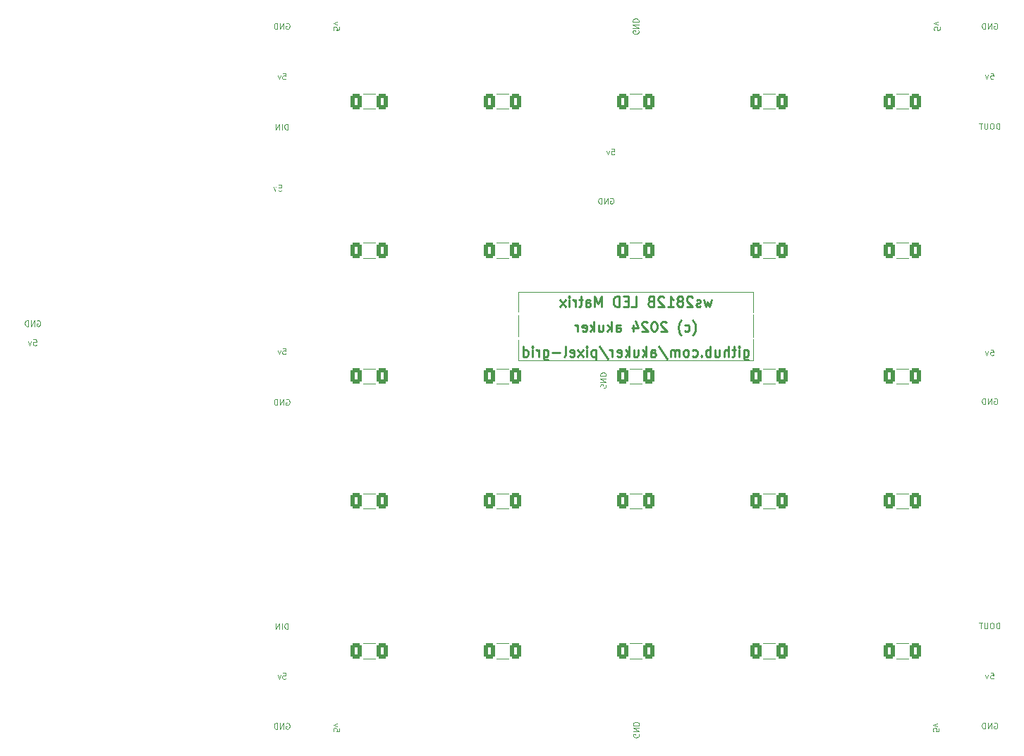
<source format=gbr>
%TF.GenerationSoftware,KiCad,Pcbnew,8.0.2*%
%TF.CreationDate,2024-07-20T19:47:13-05:00*%
%TF.ProjectId,pixel_grid,70697865-6c5f-4677-9269-642e6b696361,rev?*%
%TF.SameCoordinates,Original*%
%TF.FileFunction,Legend,Bot*%
%TF.FilePolarity,Positive*%
%FSLAX46Y46*%
G04 Gerber Fmt 4.6, Leading zero omitted, Abs format (unit mm)*
G04 Created by KiCad (PCBNEW 8.0.2) date 2024-07-20 19:47:13*
%MOMM*%
%LPD*%
G01*
G04 APERTURE LIST*
G04 Aperture macros list*
%AMRoundRect*
0 Rectangle with rounded corners*
0 $1 Rounding radius*
0 $2 $3 $4 $5 $6 $7 $8 $9 X,Y pos of 4 corners*
0 Add a 4 corners polygon primitive as box body*
4,1,4,$2,$3,$4,$5,$6,$7,$8,$9,$2,$3,0*
0 Add four circle primitives for the rounded corners*
1,1,$1+$1,$2,$3*
1,1,$1+$1,$4,$5*
1,1,$1+$1,$6,$7*
1,1,$1+$1,$8,$9*
0 Add four rect primitives between the rounded corners*
20,1,$1+$1,$2,$3,$4,$5,0*
20,1,$1+$1,$4,$5,$6,$7,0*
20,1,$1+$1,$6,$7,$8,$9,0*
20,1,$1+$1,$8,$9,$2,$3,0*%
G04 Aperture macros list end*
%ADD10C,0.250000*%
%ADD11C,0.100000*%
%ADD12C,0.120000*%
%ADD13R,4.000000X1.000000*%
%ADD14R,1.000000X4.000000*%
%ADD15RoundRect,0.250000X0.412500X0.650000X-0.412500X0.650000X-0.412500X-0.650000X0.412500X-0.650000X0*%
%ADD16C,0.500000*%
G04 APERTURE END LIST*
D10*
X75585714Y-57349392D02*
X75357143Y-58149392D01*
X75357143Y-58149392D02*
X75128571Y-57577964D01*
X75128571Y-57577964D02*
X74900000Y-58149392D01*
X74900000Y-58149392D02*
X74671428Y-57349392D01*
X74271428Y-58092250D02*
X74157142Y-58149392D01*
X74157142Y-58149392D02*
X73928571Y-58149392D01*
X73928571Y-58149392D02*
X73814285Y-58092250D01*
X73814285Y-58092250D02*
X73757142Y-57977964D01*
X73757142Y-57977964D02*
X73757142Y-57920821D01*
X73757142Y-57920821D02*
X73814285Y-57806535D01*
X73814285Y-57806535D02*
X73928571Y-57749392D01*
X73928571Y-57749392D02*
X74100000Y-57749392D01*
X74100000Y-57749392D02*
X74214285Y-57692250D01*
X74214285Y-57692250D02*
X74271428Y-57577964D01*
X74271428Y-57577964D02*
X74271428Y-57520821D01*
X74271428Y-57520821D02*
X74214285Y-57406535D01*
X74214285Y-57406535D02*
X74100000Y-57349392D01*
X74100000Y-57349392D02*
X73928571Y-57349392D01*
X73928571Y-57349392D02*
X73814285Y-57406535D01*
X73299999Y-57063678D02*
X73242856Y-57006535D01*
X73242856Y-57006535D02*
X73128571Y-56949392D01*
X73128571Y-56949392D02*
X72842856Y-56949392D01*
X72842856Y-56949392D02*
X72728571Y-57006535D01*
X72728571Y-57006535D02*
X72671428Y-57063678D01*
X72671428Y-57063678D02*
X72614285Y-57177964D01*
X72614285Y-57177964D02*
X72614285Y-57292250D01*
X72614285Y-57292250D02*
X72671428Y-57463678D01*
X72671428Y-57463678D02*
X73357142Y-58149392D01*
X73357142Y-58149392D02*
X72614285Y-58149392D01*
X71928571Y-57463678D02*
X72042856Y-57406535D01*
X72042856Y-57406535D02*
X72099999Y-57349392D01*
X72099999Y-57349392D02*
X72157142Y-57235107D01*
X72157142Y-57235107D02*
X72157142Y-57177964D01*
X72157142Y-57177964D02*
X72099999Y-57063678D01*
X72099999Y-57063678D02*
X72042856Y-57006535D01*
X72042856Y-57006535D02*
X71928571Y-56949392D01*
X71928571Y-56949392D02*
X71699999Y-56949392D01*
X71699999Y-56949392D02*
X71585714Y-57006535D01*
X71585714Y-57006535D02*
X71528571Y-57063678D01*
X71528571Y-57063678D02*
X71471428Y-57177964D01*
X71471428Y-57177964D02*
X71471428Y-57235107D01*
X71471428Y-57235107D02*
X71528571Y-57349392D01*
X71528571Y-57349392D02*
X71585714Y-57406535D01*
X71585714Y-57406535D02*
X71699999Y-57463678D01*
X71699999Y-57463678D02*
X71928571Y-57463678D01*
X71928571Y-57463678D02*
X72042856Y-57520821D01*
X72042856Y-57520821D02*
X72099999Y-57577964D01*
X72099999Y-57577964D02*
X72157142Y-57692250D01*
X72157142Y-57692250D02*
X72157142Y-57920821D01*
X72157142Y-57920821D02*
X72099999Y-58035107D01*
X72099999Y-58035107D02*
X72042856Y-58092250D01*
X72042856Y-58092250D02*
X71928571Y-58149392D01*
X71928571Y-58149392D02*
X71699999Y-58149392D01*
X71699999Y-58149392D02*
X71585714Y-58092250D01*
X71585714Y-58092250D02*
X71528571Y-58035107D01*
X71528571Y-58035107D02*
X71471428Y-57920821D01*
X71471428Y-57920821D02*
X71471428Y-57692250D01*
X71471428Y-57692250D02*
X71528571Y-57577964D01*
X71528571Y-57577964D02*
X71585714Y-57520821D01*
X71585714Y-57520821D02*
X71699999Y-57463678D01*
X70328571Y-58149392D02*
X71014285Y-58149392D01*
X70671428Y-58149392D02*
X70671428Y-56949392D01*
X70671428Y-56949392D02*
X70785714Y-57120821D01*
X70785714Y-57120821D02*
X70899999Y-57235107D01*
X70899999Y-57235107D02*
X71014285Y-57292250D01*
X69871428Y-57063678D02*
X69814285Y-57006535D01*
X69814285Y-57006535D02*
X69700000Y-56949392D01*
X69700000Y-56949392D02*
X69414285Y-56949392D01*
X69414285Y-56949392D02*
X69300000Y-57006535D01*
X69300000Y-57006535D02*
X69242857Y-57063678D01*
X69242857Y-57063678D02*
X69185714Y-57177964D01*
X69185714Y-57177964D02*
X69185714Y-57292250D01*
X69185714Y-57292250D02*
X69242857Y-57463678D01*
X69242857Y-57463678D02*
X69928571Y-58149392D01*
X69928571Y-58149392D02*
X69185714Y-58149392D01*
X68271428Y-57520821D02*
X68100000Y-57577964D01*
X68100000Y-57577964D02*
X68042857Y-57635107D01*
X68042857Y-57635107D02*
X67985714Y-57749392D01*
X67985714Y-57749392D02*
X67985714Y-57920821D01*
X67985714Y-57920821D02*
X68042857Y-58035107D01*
X68042857Y-58035107D02*
X68100000Y-58092250D01*
X68100000Y-58092250D02*
X68214285Y-58149392D01*
X68214285Y-58149392D02*
X68671428Y-58149392D01*
X68671428Y-58149392D02*
X68671428Y-56949392D01*
X68671428Y-56949392D02*
X68271428Y-56949392D01*
X68271428Y-56949392D02*
X68157143Y-57006535D01*
X68157143Y-57006535D02*
X68100000Y-57063678D01*
X68100000Y-57063678D02*
X68042857Y-57177964D01*
X68042857Y-57177964D02*
X68042857Y-57292250D01*
X68042857Y-57292250D02*
X68100000Y-57406535D01*
X68100000Y-57406535D02*
X68157143Y-57463678D01*
X68157143Y-57463678D02*
X68271428Y-57520821D01*
X68271428Y-57520821D02*
X68671428Y-57520821D01*
X65985714Y-58149392D02*
X66557142Y-58149392D01*
X66557142Y-58149392D02*
X66557142Y-56949392D01*
X65585713Y-57520821D02*
X65185713Y-57520821D01*
X65014285Y-58149392D02*
X65585713Y-58149392D01*
X65585713Y-58149392D02*
X65585713Y-56949392D01*
X65585713Y-56949392D02*
X65014285Y-56949392D01*
X64499999Y-58149392D02*
X64499999Y-56949392D01*
X64499999Y-56949392D02*
X64214285Y-56949392D01*
X64214285Y-56949392D02*
X64042856Y-57006535D01*
X64042856Y-57006535D02*
X63928571Y-57120821D01*
X63928571Y-57120821D02*
X63871428Y-57235107D01*
X63871428Y-57235107D02*
X63814285Y-57463678D01*
X63814285Y-57463678D02*
X63814285Y-57635107D01*
X63814285Y-57635107D02*
X63871428Y-57863678D01*
X63871428Y-57863678D02*
X63928571Y-57977964D01*
X63928571Y-57977964D02*
X64042856Y-58092250D01*
X64042856Y-58092250D02*
X64214285Y-58149392D01*
X64214285Y-58149392D02*
X64499999Y-58149392D01*
X62385713Y-58149392D02*
X62385713Y-56949392D01*
X62385713Y-56949392D02*
X61985713Y-57806535D01*
X61985713Y-57806535D02*
X61585713Y-56949392D01*
X61585713Y-56949392D02*
X61585713Y-58149392D01*
X60499999Y-58149392D02*
X60499999Y-57520821D01*
X60499999Y-57520821D02*
X60557141Y-57406535D01*
X60557141Y-57406535D02*
X60671427Y-57349392D01*
X60671427Y-57349392D02*
X60899999Y-57349392D01*
X60899999Y-57349392D02*
X61014284Y-57406535D01*
X60499999Y-58092250D02*
X60614284Y-58149392D01*
X60614284Y-58149392D02*
X60899999Y-58149392D01*
X60899999Y-58149392D02*
X61014284Y-58092250D01*
X61014284Y-58092250D02*
X61071427Y-57977964D01*
X61071427Y-57977964D02*
X61071427Y-57863678D01*
X61071427Y-57863678D02*
X61014284Y-57749392D01*
X61014284Y-57749392D02*
X60899999Y-57692250D01*
X60899999Y-57692250D02*
X60614284Y-57692250D01*
X60614284Y-57692250D02*
X60499999Y-57635107D01*
X60099999Y-57349392D02*
X59642856Y-57349392D01*
X59928570Y-56949392D02*
X59928570Y-57977964D01*
X59928570Y-57977964D02*
X59871427Y-58092250D01*
X59871427Y-58092250D02*
X59757142Y-58149392D01*
X59757142Y-58149392D02*
X59642856Y-58149392D01*
X59242856Y-58149392D02*
X59242856Y-57349392D01*
X59242856Y-57577964D02*
X59185713Y-57463678D01*
X59185713Y-57463678D02*
X59128571Y-57406535D01*
X59128571Y-57406535D02*
X59014285Y-57349392D01*
X59014285Y-57349392D02*
X58899999Y-57349392D01*
X58499999Y-58149392D02*
X58499999Y-57349392D01*
X58499999Y-56949392D02*
X58557142Y-57006535D01*
X58557142Y-57006535D02*
X58499999Y-57063678D01*
X58499999Y-57063678D02*
X58442856Y-57006535D01*
X58442856Y-57006535D02*
X58499999Y-56949392D01*
X58499999Y-56949392D02*
X58499999Y-57063678D01*
X58042856Y-58149392D02*
X57414285Y-57349392D01*
X58042856Y-57349392D02*
X57414285Y-58149392D01*
X73328570Y-61606535D02*
X73385713Y-61549392D01*
X73385713Y-61549392D02*
X73499999Y-61377964D01*
X73499999Y-61377964D02*
X73557142Y-61263678D01*
X73557142Y-61263678D02*
X73614284Y-61092250D01*
X73614284Y-61092250D02*
X73671427Y-60806535D01*
X73671427Y-60806535D02*
X73671427Y-60577964D01*
X73671427Y-60577964D02*
X73614284Y-60292250D01*
X73614284Y-60292250D02*
X73557142Y-60120821D01*
X73557142Y-60120821D02*
X73499999Y-60006535D01*
X73499999Y-60006535D02*
X73385713Y-59835107D01*
X73385713Y-59835107D02*
X73328570Y-59777964D01*
X72357142Y-61092250D02*
X72471427Y-61149392D01*
X72471427Y-61149392D02*
X72699999Y-61149392D01*
X72699999Y-61149392D02*
X72814284Y-61092250D01*
X72814284Y-61092250D02*
X72871427Y-61035107D01*
X72871427Y-61035107D02*
X72928570Y-60920821D01*
X72928570Y-60920821D02*
X72928570Y-60577964D01*
X72928570Y-60577964D02*
X72871427Y-60463678D01*
X72871427Y-60463678D02*
X72814284Y-60406535D01*
X72814284Y-60406535D02*
X72699999Y-60349392D01*
X72699999Y-60349392D02*
X72471427Y-60349392D01*
X72471427Y-60349392D02*
X72357142Y-60406535D01*
X71957142Y-61606535D02*
X71899999Y-61549392D01*
X71899999Y-61549392D02*
X71785713Y-61377964D01*
X71785713Y-61377964D02*
X71728571Y-61263678D01*
X71728571Y-61263678D02*
X71671428Y-61092250D01*
X71671428Y-61092250D02*
X71614285Y-60806535D01*
X71614285Y-60806535D02*
X71614285Y-60577964D01*
X71614285Y-60577964D02*
X71671428Y-60292250D01*
X71671428Y-60292250D02*
X71728571Y-60120821D01*
X71728571Y-60120821D02*
X71785713Y-60006535D01*
X71785713Y-60006535D02*
X71899999Y-59835107D01*
X71899999Y-59835107D02*
X71957142Y-59777964D01*
X70185713Y-60063678D02*
X70128570Y-60006535D01*
X70128570Y-60006535D02*
X70014285Y-59949392D01*
X70014285Y-59949392D02*
X69728570Y-59949392D01*
X69728570Y-59949392D02*
X69614285Y-60006535D01*
X69614285Y-60006535D02*
X69557142Y-60063678D01*
X69557142Y-60063678D02*
X69499999Y-60177964D01*
X69499999Y-60177964D02*
X69499999Y-60292250D01*
X69499999Y-60292250D02*
X69557142Y-60463678D01*
X69557142Y-60463678D02*
X70242856Y-61149392D01*
X70242856Y-61149392D02*
X69499999Y-61149392D01*
X68757142Y-59949392D02*
X68642856Y-59949392D01*
X68642856Y-59949392D02*
X68528570Y-60006535D01*
X68528570Y-60006535D02*
X68471428Y-60063678D01*
X68471428Y-60063678D02*
X68414285Y-60177964D01*
X68414285Y-60177964D02*
X68357142Y-60406535D01*
X68357142Y-60406535D02*
X68357142Y-60692250D01*
X68357142Y-60692250D02*
X68414285Y-60920821D01*
X68414285Y-60920821D02*
X68471428Y-61035107D01*
X68471428Y-61035107D02*
X68528570Y-61092250D01*
X68528570Y-61092250D02*
X68642856Y-61149392D01*
X68642856Y-61149392D02*
X68757142Y-61149392D01*
X68757142Y-61149392D02*
X68871428Y-61092250D01*
X68871428Y-61092250D02*
X68928570Y-61035107D01*
X68928570Y-61035107D02*
X68985713Y-60920821D01*
X68985713Y-60920821D02*
X69042856Y-60692250D01*
X69042856Y-60692250D02*
X69042856Y-60406535D01*
X69042856Y-60406535D02*
X68985713Y-60177964D01*
X68985713Y-60177964D02*
X68928570Y-60063678D01*
X68928570Y-60063678D02*
X68871428Y-60006535D01*
X68871428Y-60006535D02*
X68757142Y-59949392D01*
X67899999Y-60063678D02*
X67842856Y-60006535D01*
X67842856Y-60006535D02*
X67728571Y-59949392D01*
X67728571Y-59949392D02*
X67442856Y-59949392D01*
X67442856Y-59949392D02*
X67328571Y-60006535D01*
X67328571Y-60006535D02*
X67271428Y-60063678D01*
X67271428Y-60063678D02*
X67214285Y-60177964D01*
X67214285Y-60177964D02*
X67214285Y-60292250D01*
X67214285Y-60292250D02*
X67271428Y-60463678D01*
X67271428Y-60463678D02*
X67957142Y-61149392D01*
X67957142Y-61149392D02*
X67214285Y-61149392D01*
X66185714Y-60349392D02*
X66185714Y-61149392D01*
X66471428Y-59892250D02*
X66757142Y-60749392D01*
X66757142Y-60749392D02*
X66014285Y-60749392D01*
X64128571Y-61149392D02*
X64128571Y-60520821D01*
X64128571Y-60520821D02*
X64185713Y-60406535D01*
X64185713Y-60406535D02*
X64299999Y-60349392D01*
X64299999Y-60349392D02*
X64528571Y-60349392D01*
X64528571Y-60349392D02*
X64642856Y-60406535D01*
X64128571Y-61092250D02*
X64242856Y-61149392D01*
X64242856Y-61149392D02*
X64528571Y-61149392D01*
X64528571Y-61149392D02*
X64642856Y-61092250D01*
X64642856Y-61092250D02*
X64699999Y-60977964D01*
X64699999Y-60977964D02*
X64699999Y-60863678D01*
X64699999Y-60863678D02*
X64642856Y-60749392D01*
X64642856Y-60749392D02*
X64528571Y-60692250D01*
X64528571Y-60692250D02*
X64242856Y-60692250D01*
X64242856Y-60692250D02*
X64128571Y-60635107D01*
X63557142Y-61149392D02*
X63557142Y-59949392D01*
X63442857Y-60692250D02*
X63099999Y-61149392D01*
X63099999Y-60349392D02*
X63557142Y-60806535D01*
X62071428Y-60349392D02*
X62071428Y-61149392D01*
X62585713Y-60349392D02*
X62585713Y-60977964D01*
X62585713Y-60977964D02*
X62528570Y-61092250D01*
X62528570Y-61092250D02*
X62414285Y-61149392D01*
X62414285Y-61149392D02*
X62242856Y-61149392D01*
X62242856Y-61149392D02*
X62128570Y-61092250D01*
X62128570Y-61092250D02*
X62071428Y-61035107D01*
X61499999Y-61149392D02*
X61499999Y-59949392D01*
X61385714Y-60692250D02*
X61042856Y-61149392D01*
X61042856Y-60349392D02*
X61499999Y-60806535D01*
X60071427Y-61092250D02*
X60185713Y-61149392D01*
X60185713Y-61149392D02*
X60414285Y-61149392D01*
X60414285Y-61149392D02*
X60528570Y-61092250D01*
X60528570Y-61092250D02*
X60585713Y-60977964D01*
X60585713Y-60977964D02*
X60585713Y-60520821D01*
X60585713Y-60520821D02*
X60528570Y-60406535D01*
X60528570Y-60406535D02*
X60414285Y-60349392D01*
X60414285Y-60349392D02*
X60185713Y-60349392D01*
X60185713Y-60349392D02*
X60071427Y-60406535D01*
X60071427Y-60406535D02*
X60014285Y-60520821D01*
X60014285Y-60520821D02*
X60014285Y-60635107D01*
X60014285Y-60635107D02*
X60585713Y-60749392D01*
X59499999Y-61149392D02*
X59499999Y-60349392D01*
X59499999Y-60577964D02*
X59442856Y-60463678D01*
X59442856Y-60463678D02*
X59385714Y-60406535D01*
X59385714Y-60406535D02*
X59271428Y-60349392D01*
X59271428Y-60349392D02*
X59157142Y-60349392D01*
D11*
X24718377Y-96859133D02*
X24718377Y-96159133D01*
X24718377Y-96159133D02*
X24551710Y-96159133D01*
X24551710Y-96159133D02*
X24451710Y-96192466D01*
X24451710Y-96192466D02*
X24385044Y-96259133D01*
X24385044Y-96259133D02*
X24351710Y-96325800D01*
X24351710Y-96325800D02*
X24318377Y-96459133D01*
X24318377Y-96459133D02*
X24318377Y-96559133D01*
X24318377Y-96559133D02*
X24351710Y-96692466D01*
X24351710Y-96692466D02*
X24385044Y-96759133D01*
X24385044Y-96759133D02*
X24451710Y-96825800D01*
X24451710Y-96825800D02*
X24551710Y-96859133D01*
X24551710Y-96859133D02*
X24718377Y-96859133D01*
X24018377Y-96859133D02*
X24018377Y-96159133D01*
X23685044Y-96859133D02*
X23685044Y-96159133D01*
X23685044Y-96159133D02*
X23285044Y-96859133D01*
X23285044Y-96859133D02*
X23285044Y-96159133D01*
X66842533Y-109500877D02*
X66875866Y-109567544D01*
X66875866Y-109567544D02*
X66875866Y-109667544D01*
X66875866Y-109667544D02*
X66842533Y-109767544D01*
X66842533Y-109767544D02*
X66775866Y-109834211D01*
X66775866Y-109834211D02*
X66709200Y-109867544D01*
X66709200Y-109867544D02*
X66575866Y-109900877D01*
X66575866Y-109900877D02*
X66475866Y-109900877D01*
X66475866Y-109900877D02*
X66342533Y-109867544D01*
X66342533Y-109867544D02*
X66275866Y-109834211D01*
X66275866Y-109834211D02*
X66209200Y-109767544D01*
X66209200Y-109767544D02*
X66175866Y-109667544D01*
X66175866Y-109667544D02*
X66175866Y-109600877D01*
X66175866Y-109600877D02*
X66209200Y-109500877D01*
X66209200Y-109500877D02*
X66242533Y-109467544D01*
X66242533Y-109467544D02*
X66475866Y-109467544D01*
X66475866Y-109467544D02*
X66475866Y-109600877D01*
X66175866Y-109167544D02*
X66875866Y-109167544D01*
X66875866Y-109167544D02*
X66175866Y-108767544D01*
X66175866Y-108767544D02*
X66875866Y-108767544D01*
X66175866Y-108434211D02*
X66875866Y-108434211D01*
X66875866Y-108434211D02*
X66875866Y-108267544D01*
X66875866Y-108267544D02*
X66842533Y-108167544D01*
X66842533Y-108167544D02*
X66775866Y-108100878D01*
X66775866Y-108100878D02*
X66709200Y-108067544D01*
X66709200Y-108067544D02*
X66575866Y-108034211D01*
X66575866Y-108034211D02*
X66475866Y-108034211D01*
X66475866Y-108034211D02*
X66342533Y-108067544D01*
X66342533Y-108067544D02*
X66275866Y-108100878D01*
X66275866Y-108100878D02*
X66209200Y-108167544D01*
X66209200Y-108167544D02*
X66175866Y-108267544D01*
X66175866Y-108267544D02*
X66175866Y-108434211D01*
X109522543Y-108157466D02*
X109589210Y-108124133D01*
X109589210Y-108124133D02*
X109689210Y-108124133D01*
X109689210Y-108124133D02*
X109789210Y-108157466D01*
X109789210Y-108157466D02*
X109855877Y-108224133D01*
X109855877Y-108224133D02*
X109889210Y-108290800D01*
X109889210Y-108290800D02*
X109922543Y-108424133D01*
X109922543Y-108424133D02*
X109922543Y-108524133D01*
X109922543Y-108524133D02*
X109889210Y-108657466D01*
X109889210Y-108657466D02*
X109855877Y-108724133D01*
X109855877Y-108724133D02*
X109789210Y-108790800D01*
X109789210Y-108790800D02*
X109689210Y-108824133D01*
X109689210Y-108824133D02*
X109622543Y-108824133D01*
X109622543Y-108824133D02*
X109522543Y-108790800D01*
X109522543Y-108790800D02*
X109489210Y-108757466D01*
X109489210Y-108757466D02*
X109489210Y-108524133D01*
X109489210Y-108524133D02*
X109622543Y-108524133D01*
X109189210Y-108824133D02*
X109189210Y-108124133D01*
X109189210Y-108124133D02*
X108789210Y-108824133D01*
X108789210Y-108824133D02*
X108789210Y-108124133D01*
X108455877Y-108824133D02*
X108455877Y-108124133D01*
X108455877Y-108124133D02*
X108289210Y-108124133D01*
X108289210Y-108124133D02*
X108189210Y-108157466D01*
X108189210Y-108157466D02*
X108122544Y-108224133D01*
X108122544Y-108224133D02*
X108089210Y-108290800D01*
X108089210Y-108290800D02*
X108055877Y-108424133D01*
X108055877Y-108424133D02*
X108055877Y-108524133D01*
X108055877Y-108524133D02*
X108089210Y-108657466D01*
X108089210Y-108657466D02*
X108122544Y-108724133D01*
X108122544Y-108724133D02*
X108189210Y-108790800D01*
X108189210Y-108790800D02*
X108289210Y-108824133D01*
X108289210Y-108824133D02*
X108455877Y-108824133D01*
X110172543Y-96824133D02*
X110172543Y-96124133D01*
X110172543Y-96124133D02*
X110005876Y-96124133D01*
X110005876Y-96124133D02*
X109905876Y-96157466D01*
X109905876Y-96157466D02*
X109839210Y-96224133D01*
X109839210Y-96224133D02*
X109805876Y-96290800D01*
X109805876Y-96290800D02*
X109772543Y-96424133D01*
X109772543Y-96424133D02*
X109772543Y-96524133D01*
X109772543Y-96524133D02*
X109805876Y-96657466D01*
X109805876Y-96657466D02*
X109839210Y-96724133D01*
X109839210Y-96724133D02*
X109905876Y-96790800D01*
X109905876Y-96790800D02*
X110005876Y-96824133D01*
X110005876Y-96824133D02*
X110172543Y-96824133D01*
X109339210Y-96124133D02*
X109205876Y-96124133D01*
X109205876Y-96124133D02*
X109139210Y-96157466D01*
X109139210Y-96157466D02*
X109072543Y-96224133D01*
X109072543Y-96224133D02*
X109039210Y-96357466D01*
X109039210Y-96357466D02*
X109039210Y-96590800D01*
X109039210Y-96590800D02*
X109072543Y-96724133D01*
X109072543Y-96724133D02*
X109139210Y-96790800D01*
X109139210Y-96790800D02*
X109205876Y-96824133D01*
X109205876Y-96824133D02*
X109339210Y-96824133D01*
X109339210Y-96824133D02*
X109405876Y-96790800D01*
X109405876Y-96790800D02*
X109472543Y-96724133D01*
X109472543Y-96724133D02*
X109505876Y-96590800D01*
X109505876Y-96590800D02*
X109505876Y-96357466D01*
X109505876Y-96357466D02*
X109472543Y-96224133D01*
X109472543Y-96224133D02*
X109405876Y-96157466D01*
X109405876Y-96157466D02*
X109339210Y-96124133D01*
X108739210Y-96124133D02*
X108739210Y-96690800D01*
X108739210Y-96690800D02*
X108705877Y-96757466D01*
X108705877Y-96757466D02*
X108672543Y-96790800D01*
X108672543Y-96790800D02*
X108605877Y-96824133D01*
X108605877Y-96824133D02*
X108472543Y-96824133D01*
X108472543Y-96824133D02*
X108405877Y-96790800D01*
X108405877Y-96790800D02*
X108372543Y-96757466D01*
X108372543Y-96757466D02*
X108339210Y-96690800D01*
X108339210Y-96690800D02*
X108339210Y-96124133D01*
X108105877Y-96124133D02*
X107705877Y-96124133D01*
X107905877Y-96824133D02*
X107905877Y-96124133D01*
X102990866Y-24599211D02*
X102990866Y-24932544D01*
X102990866Y-24932544D02*
X102657533Y-24965877D01*
X102657533Y-24965877D02*
X102690866Y-24932544D01*
X102690866Y-24932544D02*
X102724200Y-24865877D01*
X102724200Y-24865877D02*
X102724200Y-24699211D01*
X102724200Y-24699211D02*
X102690866Y-24632544D01*
X102690866Y-24632544D02*
X102657533Y-24599211D01*
X102657533Y-24599211D02*
X102590866Y-24565877D01*
X102590866Y-24565877D02*
X102424200Y-24565877D01*
X102424200Y-24565877D02*
X102357533Y-24599211D01*
X102357533Y-24599211D02*
X102324200Y-24632544D01*
X102324200Y-24632544D02*
X102290866Y-24699211D01*
X102290866Y-24699211D02*
X102290866Y-24865877D01*
X102290866Y-24865877D02*
X102324200Y-24932544D01*
X102324200Y-24932544D02*
X102357533Y-24965877D01*
X102757533Y-24332544D02*
X102290866Y-24165877D01*
X102290866Y-24165877D02*
X102757533Y-23999210D01*
X24101711Y-102159133D02*
X24435044Y-102159133D01*
X24435044Y-102159133D02*
X24468377Y-102492466D01*
X24468377Y-102492466D02*
X24435044Y-102459133D01*
X24435044Y-102459133D02*
X24368377Y-102425800D01*
X24368377Y-102425800D02*
X24201711Y-102425800D01*
X24201711Y-102425800D02*
X24135044Y-102459133D01*
X24135044Y-102459133D02*
X24101711Y-102492466D01*
X24101711Y-102492466D02*
X24068377Y-102559133D01*
X24068377Y-102559133D02*
X24068377Y-102725800D01*
X24068377Y-102725800D02*
X24101711Y-102792466D01*
X24101711Y-102792466D02*
X24135044Y-102825800D01*
X24135044Y-102825800D02*
X24201711Y-102859133D01*
X24201711Y-102859133D02*
X24368377Y-102859133D01*
X24368377Y-102859133D02*
X24435044Y-102825800D01*
X24435044Y-102825800D02*
X24468377Y-102792466D01*
X23835044Y-102392466D02*
X23668377Y-102859133D01*
X23668377Y-102859133D02*
X23501710Y-102392466D01*
X30890866Y-108784211D02*
X30890866Y-109117544D01*
X30890866Y-109117544D02*
X30557533Y-109150877D01*
X30557533Y-109150877D02*
X30590866Y-109117544D01*
X30590866Y-109117544D02*
X30624200Y-109050877D01*
X30624200Y-109050877D02*
X30624200Y-108884211D01*
X30624200Y-108884211D02*
X30590866Y-108817544D01*
X30590866Y-108817544D02*
X30557533Y-108784211D01*
X30557533Y-108784211D02*
X30490866Y-108750877D01*
X30490866Y-108750877D02*
X30324200Y-108750877D01*
X30324200Y-108750877D02*
X30257533Y-108784211D01*
X30257533Y-108784211D02*
X30224200Y-108817544D01*
X30224200Y-108817544D02*
X30190866Y-108884211D01*
X30190866Y-108884211D02*
X30190866Y-109050877D01*
X30190866Y-109050877D02*
X30224200Y-109117544D01*
X30224200Y-109117544D02*
X30257533Y-109150877D01*
X30657533Y-108517544D02*
X30190866Y-108350877D01*
X30190866Y-108350877D02*
X30657533Y-108184210D01*
X109089210Y-102124133D02*
X109422543Y-102124133D01*
X109422543Y-102124133D02*
X109455876Y-102457466D01*
X109455876Y-102457466D02*
X109422543Y-102424133D01*
X109422543Y-102424133D02*
X109355876Y-102390800D01*
X109355876Y-102390800D02*
X109189210Y-102390800D01*
X109189210Y-102390800D02*
X109122543Y-102424133D01*
X109122543Y-102424133D02*
X109089210Y-102457466D01*
X109089210Y-102457466D02*
X109055876Y-102524133D01*
X109055876Y-102524133D02*
X109055876Y-102690800D01*
X109055876Y-102690800D02*
X109089210Y-102757466D01*
X109089210Y-102757466D02*
X109122543Y-102790800D01*
X109122543Y-102790800D02*
X109189210Y-102824133D01*
X109189210Y-102824133D02*
X109355876Y-102824133D01*
X109355876Y-102824133D02*
X109422543Y-102790800D01*
X109422543Y-102790800D02*
X109455876Y-102757466D01*
X108822543Y-102357466D02*
X108655876Y-102824133D01*
X108655876Y-102824133D02*
X108489209Y-102357466D01*
X109089210Y-63309133D02*
X109422543Y-63309133D01*
X109422543Y-63309133D02*
X109455876Y-63642466D01*
X109455876Y-63642466D02*
X109422543Y-63609133D01*
X109422543Y-63609133D02*
X109355876Y-63575800D01*
X109355876Y-63575800D02*
X109189210Y-63575800D01*
X109189210Y-63575800D02*
X109122543Y-63609133D01*
X109122543Y-63609133D02*
X109089210Y-63642466D01*
X109089210Y-63642466D02*
X109055876Y-63709133D01*
X109055876Y-63709133D02*
X109055876Y-63875800D01*
X109055876Y-63875800D02*
X109089210Y-63942466D01*
X109089210Y-63942466D02*
X109122543Y-63975800D01*
X109122543Y-63975800D02*
X109189210Y-64009133D01*
X109189210Y-64009133D02*
X109355876Y-64009133D01*
X109355876Y-64009133D02*
X109422543Y-63975800D01*
X109422543Y-63975800D02*
X109455876Y-63942466D01*
X108822543Y-63542466D02*
X108655876Y-64009133D01*
X108655876Y-64009133D02*
X108489209Y-63542466D01*
X52375000Y-56400000D02*
X80625000Y-56400000D01*
X80625000Y-64600000D01*
X52375000Y-64600000D01*
X52375000Y-56400000D01*
X102890866Y-108784211D02*
X102890866Y-109117544D01*
X102890866Y-109117544D02*
X102557533Y-109150877D01*
X102557533Y-109150877D02*
X102590866Y-109117544D01*
X102590866Y-109117544D02*
X102624200Y-109050877D01*
X102624200Y-109050877D02*
X102624200Y-108884211D01*
X102624200Y-108884211D02*
X102590866Y-108817544D01*
X102590866Y-108817544D02*
X102557533Y-108784211D01*
X102557533Y-108784211D02*
X102490866Y-108750877D01*
X102490866Y-108750877D02*
X102324200Y-108750877D01*
X102324200Y-108750877D02*
X102257533Y-108784211D01*
X102257533Y-108784211D02*
X102224200Y-108817544D01*
X102224200Y-108817544D02*
X102190866Y-108884211D01*
X102190866Y-108884211D02*
X102190866Y-109050877D01*
X102190866Y-109050877D02*
X102224200Y-109117544D01*
X102224200Y-109117544D02*
X102257533Y-109150877D01*
X102657533Y-108517544D02*
X102190866Y-108350877D01*
X102190866Y-108350877D02*
X102657533Y-108184210D01*
X-5815789Y-62109133D02*
X-5482455Y-62109133D01*
X-5482455Y-62109133D02*
X-5449122Y-62442466D01*
X-5449122Y-62442466D02*
X-5482455Y-62409133D01*
X-5482455Y-62409133D02*
X-5549122Y-62375800D01*
X-5549122Y-62375800D02*
X-5715789Y-62375800D01*
X-5715789Y-62375800D02*
X-5782455Y-62409133D01*
X-5782455Y-62409133D02*
X-5815789Y-62442466D01*
X-5815789Y-62442466D02*
X-5849122Y-62509133D01*
X-5849122Y-62509133D02*
X-5849122Y-62675800D01*
X-5849122Y-62675800D02*
X-5815789Y-62742466D01*
X-5815789Y-62742466D02*
X-5782455Y-62775800D01*
X-5782455Y-62775800D02*
X-5715789Y-62809133D01*
X-5715789Y-62809133D02*
X-5549122Y-62809133D01*
X-5549122Y-62809133D02*
X-5482455Y-62775800D01*
X-5482455Y-62775800D02*
X-5449122Y-62742466D01*
X-6082456Y-62342466D02*
X-6249122Y-62809133D01*
X-6249122Y-62809133D02*
X-6415789Y-62342466D01*
X66807533Y-25032544D02*
X66840866Y-25099211D01*
X66840866Y-25099211D02*
X66840866Y-25199211D01*
X66840866Y-25199211D02*
X66807533Y-25299211D01*
X66807533Y-25299211D02*
X66740866Y-25365878D01*
X66740866Y-25365878D02*
X66674200Y-25399211D01*
X66674200Y-25399211D02*
X66540866Y-25432544D01*
X66540866Y-25432544D02*
X66440866Y-25432544D01*
X66440866Y-25432544D02*
X66307533Y-25399211D01*
X66307533Y-25399211D02*
X66240866Y-25365878D01*
X66240866Y-25365878D02*
X66174200Y-25299211D01*
X66174200Y-25299211D02*
X66140866Y-25199211D01*
X66140866Y-25199211D02*
X66140866Y-25132544D01*
X66140866Y-25132544D02*
X66174200Y-25032544D01*
X66174200Y-25032544D02*
X66207533Y-24999211D01*
X66207533Y-24999211D02*
X66440866Y-24999211D01*
X66440866Y-24999211D02*
X66440866Y-25132544D01*
X66140866Y-24699211D02*
X66840866Y-24699211D01*
X66840866Y-24699211D02*
X66140866Y-24299211D01*
X66140866Y-24299211D02*
X66840866Y-24299211D01*
X66140866Y-23965878D02*
X66840866Y-23965878D01*
X66840866Y-23965878D02*
X66840866Y-23799211D01*
X66840866Y-23799211D02*
X66807533Y-23699211D01*
X66807533Y-23699211D02*
X66740866Y-23632545D01*
X66740866Y-23632545D02*
X66674200Y-23599211D01*
X66674200Y-23599211D02*
X66540866Y-23565878D01*
X66540866Y-23565878D02*
X66440866Y-23565878D01*
X66440866Y-23565878D02*
X66307533Y-23599211D01*
X66307533Y-23599211D02*
X66240866Y-23632545D01*
X66240866Y-23632545D02*
X66174200Y-23699211D01*
X66174200Y-23699211D02*
X66140866Y-23799211D01*
X66140866Y-23799211D02*
X66140866Y-23965878D01*
X110172543Y-36824133D02*
X110172543Y-36124133D01*
X110172543Y-36124133D02*
X110005876Y-36124133D01*
X110005876Y-36124133D02*
X109905876Y-36157466D01*
X109905876Y-36157466D02*
X109839210Y-36224133D01*
X109839210Y-36224133D02*
X109805876Y-36290800D01*
X109805876Y-36290800D02*
X109772543Y-36424133D01*
X109772543Y-36424133D02*
X109772543Y-36524133D01*
X109772543Y-36524133D02*
X109805876Y-36657466D01*
X109805876Y-36657466D02*
X109839210Y-36724133D01*
X109839210Y-36724133D02*
X109905876Y-36790800D01*
X109905876Y-36790800D02*
X110005876Y-36824133D01*
X110005876Y-36824133D02*
X110172543Y-36824133D01*
X109339210Y-36124133D02*
X109205876Y-36124133D01*
X109205876Y-36124133D02*
X109139210Y-36157466D01*
X109139210Y-36157466D02*
X109072543Y-36224133D01*
X109072543Y-36224133D02*
X109039210Y-36357466D01*
X109039210Y-36357466D02*
X109039210Y-36590800D01*
X109039210Y-36590800D02*
X109072543Y-36724133D01*
X109072543Y-36724133D02*
X109139210Y-36790800D01*
X109139210Y-36790800D02*
X109205876Y-36824133D01*
X109205876Y-36824133D02*
X109339210Y-36824133D01*
X109339210Y-36824133D02*
X109405876Y-36790800D01*
X109405876Y-36790800D02*
X109472543Y-36724133D01*
X109472543Y-36724133D02*
X109505876Y-36590800D01*
X109505876Y-36590800D02*
X109505876Y-36357466D01*
X109505876Y-36357466D02*
X109472543Y-36224133D01*
X109472543Y-36224133D02*
X109405876Y-36157466D01*
X109405876Y-36157466D02*
X109339210Y-36124133D01*
X108739210Y-36124133D02*
X108739210Y-36690800D01*
X108739210Y-36690800D02*
X108705877Y-36757466D01*
X108705877Y-36757466D02*
X108672543Y-36790800D01*
X108672543Y-36790800D02*
X108605877Y-36824133D01*
X108605877Y-36824133D02*
X108472543Y-36824133D01*
X108472543Y-36824133D02*
X108405877Y-36790800D01*
X108405877Y-36790800D02*
X108372543Y-36757466D01*
X108372543Y-36757466D02*
X108339210Y-36690800D01*
X108339210Y-36690800D02*
X108339210Y-36124133D01*
X108105877Y-36124133D02*
X107705877Y-36124133D01*
X107905877Y-36824133D02*
X107905877Y-36124133D01*
X24101711Y-30159133D02*
X24435044Y-30159133D01*
X24435044Y-30159133D02*
X24468377Y-30492466D01*
X24468377Y-30492466D02*
X24435044Y-30459133D01*
X24435044Y-30459133D02*
X24368377Y-30425800D01*
X24368377Y-30425800D02*
X24201711Y-30425800D01*
X24201711Y-30425800D02*
X24135044Y-30459133D01*
X24135044Y-30459133D02*
X24101711Y-30492466D01*
X24101711Y-30492466D02*
X24068377Y-30559133D01*
X24068377Y-30559133D02*
X24068377Y-30725800D01*
X24068377Y-30725800D02*
X24101711Y-30792466D01*
X24101711Y-30792466D02*
X24135044Y-30825800D01*
X24135044Y-30825800D02*
X24201711Y-30859133D01*
X24201711Y-30859133D02*
X24368377Y-30859133D01*
X24368377Y-30859133D02*
X24435044Y-30825800D01*
X24435044Y-30825800D02*
X24468377Y-30792466D01*
X23835044Y-30392466D02*
X23668377Y-30859133D01*
X23668377Y-30859133D02*
X23501710Y-30392466D01*
X24101711Y-63174133D02*
X24435044Y-63174133D01*
X24435044Y-63174133D02*
X24468377Y-63507466D01*
X24468377Y-63507466D02*
X24435044Y-63474133D01*
X24435044Y-63474133D02*
X24368377Y-63440800D01*
X24368377Y-63440800D02*
X24201711Y-63440800D01*
X24201711Y-63440800D02*
X24135044Y-63474133D01*
X24135044Y-63474133D02*
X24101711Y-63507466D01*
X24101711Y-63507466D02*
X24068377Y-63574133D01*
X24068377Y-63574133D02*
X24068377Y-63740800D01*
X24068377Y-63740800D02*
X24101711Y-63807466D01*
X24101711Y-63807466D02*
X24135044Y-63840800D01*
X24135044Y-63840800D02*
X24201711Y-63874133D01*
X24201711Y-63874133D02*
X24368377Y-63874133D01*
X24368377Y-63874133D02*
X24435044Y-63840800D01*
X24435044Y-63840800D02*
X24468377Y-63807466D01*
X23835044Y-63407466D02*
X23668377Y-63874133D01*
X23668377Y-63874133D02*
X23501710Y-63407466D01*
X23584211Y-43574133D02*
X23917544Y-43574133D01*
X23917544Y-43574133D02*
X23950877Y-43907466D01*
X23950877Y-43907466D02*
X23917544Y-43874133D01*
X23917544Y-43874133D02*
X23850877Y-43840800D01*
X23850877Y-43840800D02*
X23684211Y-43840800D01*
X23684211Y-43840800D02*
X23617544Y-43874133D01*
X23617544Y-43874133D02*
X23584211Y-43907466D01*
X23584211Y-43907466D02*
X23550877Y-43974133D01*
X23550877Y-43974133D02*
X23550877Y-44140800D01*
X23550877Y-44140800D02*
X23584211Y-44207466D01*
X23584211Y-44207466D02*
X23617544Y-44240800D01*
X23617544Y-44240800D02*
X23684211Y-44274133D01*
X23684211Y-44274133D02*
X23850877Y-44274133D01*
X23850877Y-44274133D02*
X23917544Y-44240800D01*
X23917544Y-44240800D02*
X23950877Y-44207466D01*
X23317544Y-43807466D02*
X23150877Y-44274133D01*
X23150877Y-44274133D02*
X22984210Y-43807466D01*
X24718377Y-36909133D02*
X24718377Y-36209133D01*
X24718377Y-36209133D02*
X24551710Y-36209133D01*
X24551710Y-36209133D02*
X24451710Y-36242466D01*
X24451710Y-36242466D02*
X24385044Y-36309133D01*
X24385044Y-36309133D02*
X24351710Y-36375800D01*
X24351710Y-36375800D02*
X24318377Y-36509133D01*
X24318377Y-36509133D02*
X24318377Y-36609133D01*
X24318377Y-36609133D02*
X24351710Y-36742466D01*
X24351710Y-36742466D02*
X24385044Y-36809133D01*
X24385044Y-36809133D02*
X24451710Y-36875800D01*
X24451710Y-36875800D02*
X24551710Y-36909133D01*
X24551710Y-36909133D02*
X24718377Y-36909133D01*
X24018377Y-36909133D02*
X24018377Y-36209133D01*
X23685044Y-36909133D02*
X23685044Y-36209133D01*
X23685044Y-36209133D02*
X23285044Y-36909133D01*
X23285044Y-36909133D02*
X23285044Y-36209133D01*
X63584211Y-39209133D02*
X63917544Y-39209133D01*
X63917544Y-39209133D02*
X63950877Y-39542466D01*
X63950877Y-39542466D02*
X63917544Y-39509133D01*
X63917544Y-39509133D02*
X63850877Y-39475800D01*
X63850877Y-39475800D02*
X63684211Y-39475800D01*
X63684211Y-39475800D02*
X63617544Y-39509133D01*
X63617544Y-39509133D02*
X63584211Y-39542466D01*
X63584211Y-39542466D02*
X63550877Y-39609133D01*
X63550877Y-39609133D02*
X63550877Y-39775800D01*
X63550877Y-39775800D02*
X63584211Y-39842466D01*
X63584211Y-39842466D02*
X63617544Y-39875800D01*
X63617544Y-39875800D02*
X63684211Y-39909133D01*
X63684211Y-39909133D02*
X63850877Y-39909133D01*
X63850877Y-39909133D02*
X63917544Y-39875800D01*
X63917544Y-39875800D02*
X63950877Y-39842466D01*
X63317544Y-39442466D02*
X63150877Y-39909133D01*
X63150877Y-39909133D02*
X62984210Y-39442466D01*
X109522543Y-24157466D02*
X109589210Y-24124133D01*
X109589210Y-24124133D02*
X109689210Y-24124133D01*
X109689210Y-24124133D02*
X109789210Y-24157466D01*
X109789210Y-24157466D02*
X109855877Y-24224133D01*
X109855877Y-24224133D02*
X109889210Y-24290800D01*
X109889210Y-24290800D02*
X109922543Y-24424133D01*
X109922543Y-24424133D02*
X109922543Y-24524133D01*
X109922543Y-24524133D02*
X109889210Y-24657466D01*
X109889210Y-24657466D02*
X109855877Y-24724133D01*
X109855877Y-24724133D02*
X109789210Y-24790800D01*
X109789210Y-24790800D02*
X109689210Y-24824133D01*
X109689210Y-24824133D02*
X109622543Y-24824133D01*
X109622543Y-24824133D02*
X109522543Y-24790800D01*
X109522543Y-24790800D02*
X109489210Y-24757466D01*
X109489210Y-24757466D02*
X109489210Y-24524133D01*
X109489210Y-24524133D02*
X109622543Y-24524133D01*
X109189210Y-24824133D02*
X109189210Y-24124133D01*
X109189210Y-24124133D02*
X108789210Y-24824133D01*
X108789210Y-24824133D02*
X108789210Y-24124133D01*
X108455877Y-24824133D02*
X108455877Y-24124133D01*
X108455877Y-24124133D02*
X108289210Y-24124133D01*
X108289210Y-24124133D02*
X108189210Y-24157466D01*
X108189210Y-24157466D02*
X108122544Y-24224133D01*
X108122544Y-24224133D02*
X108089210Y-24290800D01*
X108089210Y-24290800D02*
X108055877Y-24424133D01*
X108055877Y-24424133D02*
X108055877Y-24524133D01*
X108055877Y-24524133D02*
X108089210Y-24657466D01*
X108089210Y-24657466D02*
X108122544Y-24724133D01*
X108122544Y-24724133D02*
X108189210Y-24790800D01*
X108189210Y-24790800D02*
X108289210Y-24824133D01*
X108289210Y-24824133D02*
X108455877Y-24824133D01*
X109089210Y-30124133D02*
X109422543Y-30124133D01*
X109422543Y-30124133D02*
X109455876Y-30457466D01*
X109455876Y-30457466D02*
X109422543Y-30424133D01*
X109422543Y-30424133D02*
X109355876Y-30390800D01*
X109355876Y-30390800D02*
X109189210Y-30390800D01*
X109189210Y-30390800D02*
X109122543Y-30424133D01*
X109122543Y-30424133D02*
X109089210Y-30457466D01*
X109089210Y-30457466D02*
X109055876Y-30524133D01*
X109055876Y-30524133D02*
X109055876Y-30690800D01*
X109055876Y-30690800D02*
X109089210Y-30757466D01*
X109089210Y-30757466D02*
X109122543Y-30790800D01*
X109122543Y-30790800D02*
X109189210Y-30824133D01*
X109189210Y-30824133D02*
X109355876Y-30824133D01*
X109355876Y-30824133D02*
X109422543Y-30790800D01*
X109422543Y-30790800D02*
X109455876Y-30757466D01*
X108822543Y-30357466D02*
X108655876Y-30824133D01*
X108655876Y-30824133D02*
X108489209Y-30357466D01*
X-5382455Y-59842466D02*
X-5315788Y-59809133D01*
X-5315788Y-59809133D02*
X-5215788Y-59809133D01*
X-5215788Y-59809133D02*
X-5115788Y-59842466D01*
X-5115788Y-59842466D02*
X-5049122Y-59909133D01*
X-5049122Y-59909133D02*
X-5015788Y-59975800D01*
X-5015788Y-59975800D02*
X-4982455Y-60109133D01*
X-4982455Y-60109133D02*
X-4982455Y-60209133D01*
X-4982455Y-60209133D02*
X-5015788Y-60342466D01*
X-5015788Y-60342466D02*
X-5049122Y-60409133D01*
X-5049122Y-60409133D02*
X-5115788Y-60475800D01*
X-5115788Y-60475800D02*
X-5215788Y-60509133D01*
X-5215788Y-60509133D02*
X-5282455Y-60509133D01*
X-5282455Y-60509133D02*
X-5382455Y-60475800D01*
X-5382455Y-60475800D02*
X-5415788Y-60442466D01*
X-5415788Y-60442466D02*
X-5415788Y-60209133D01*
X-5415788Y-60209133D02*
X-5282455Y-60209133D01*
X-5715788Y-60509133D02*
X-5715788Y-59809133D01*
X-5715788Y-59809133D02*
X-6115788Y-60509133D01*
X-6115788Y-60509133D02*
X-6115788Y-59809133D01*
X-6449121Y-60509133D02*
X-6449121Y-59809133D01*
X-6449121Y-59809133D02*
X-6615788Y-59809133D01*
X-6615788Y-59809133D02*
X-6715788Y-59842466D01*
X-6715788Y-59842466D02*
X-6782455Y-59909133D01*
X-6782455Y-59909133D02*
X-6815788Y-59975800D01*
X-6815788Y-59975800D02*
X-6849121Y-60109133D01*
X-6849121Y-60109133D02*
X-6849121Y-60209133D01*
X-6849121Y-60209133D02*
X-6815788Y-60342466D01*
X-6815788Y-60342466D02*
X-6782455Y-60409133D01*
X-6782455Y-60409133D02*
X-6715788Y-60475800D01*
X-6715788Y-60475800D02*
X-6615788Y-60509133D01*
X-6615788Y-60509133D02*
X-6449121Y-60509133D01*
X30890866Y-24599211D02*
X30890866Y-24932544D01*
X30890866Y-24932544D02*
X30557533Y-24965877D01*
X30557533Y-24965877D02*
X30590866Y-24932544D01*
X30590866Y-24932544D02*
X30624200Y-24865877D01*
X30624200Y-24865877D02*
X30624200Y-24699211D01*
X30624200Y-24699211D02*
X30590866Y-24632544D01*
X30590866Y-24632544D02*
X30557533Y-24599211D01*
X30557533Y-24599211D02*
X30490866Y-24565877D01*
X30490866Y-24565877D02*
X30324200Y-24565877D01*
X30324200Y-24565877D02*
X30257533Y-24599211D01*
X30257533Y-24599211D02*
X30224200Y-24632544D01*
X30224200Y-24632544D02*
X30190866Y-24699211D01*
X30190866Y-24699211D02*
X30190866Y-24865877D01*
X30190866Y-24865877D02*
X30224200Y-24932544D01*
X30224200Y-24932544D02*
X30257533Y-24965877D01*
X30657533Y-24332544D02*
X30190866Y-24165877D01*
X30190866Y-24165877D02*
X30657533Y-23999210D01*
X62907533Y-67550877D02*
X62940866Y-67617544D01*
X62940866Y-67617544D02*
X62940866Y-67717544D01*
X62940866Y-67717544D02*
X62907533Y-67817544D01*
X62907533Y-67817544D02*
X62840866Y-67884211D01*
X62840866Y-67884211D02*
X62774200Y-67917544D01*
X62774200Y-67917544D02*
X62640866Y-67950877D01*
X62640866Y-67950877D02*
X62540866Y-67950877D01*
X62540866Y-67950877D02*
X62407533Y-67917544D01*
X62407533Y-67917544D02*
X62340866Y-67884211D01*
X62340866Y-67884211D02*
X62274200Y-67817544D01*
X62274200Y-67817544D02*
X62240866Y-67717544D01*
X62240866Y-67717544D02*
X62240866Y-67650877D01*
X62240866Y-67650877D02*
X62274200Y-67550877D01*
X62274200Y-67550877D02*
X62307533Y-67517544D01*
X62307533Y-67517544D02*
X62540866Y-67517544D01*
X62540866Y-67517544D02*
X62540866Y-67650877D01*
X62240866Y-67217544D02*
X62940866Y-67217544D01*
X62940866Y-67217544D02*
X62240866Y-66817544D01*
X62240866Y-66817544D02*
X62940866Y-66817544D01*
X62240866Y-66484211D02*
X62940866Y-66484211D01*
X62940866Y-66484211D02*
X62940866Y-66317544D01*
X62940866Y-66317544D02*
X62907533Y-66217544D01*
X62907533Y-66217544D02*
X62840866Y-66150878D01*
X62840866Y-66150878D02*
X62774200Y-66117544D01*
X62774200Y-66117544D02*
X62640866Y-66084211D01*
X62640866Y-66084211D02*
X62540866Y-66084211D01*
X62540866Y-66084211D02*
X62407533Y-66117544D01*
X62407533Y-66117544D02*
X62340866Y-66150878D01*
X62340866Y-66150878D02*
X62274200Y-66217544D01*
X62274200Y-66217544D02*
X62240866Y-66317544D01*
X62240866Y-66317544D02*
X62240866Y-66484211D01*
X24535044Y-108192466D02*
X24601711Y-108159133D01*
X24601711Y-108159133D02*
X24701711Y-108159133D01*
X24701711Y-108159133D02*
X24801711Y-108192466D01*
X24801711Y-108192466D02*
X24868378Y-108259133D01*
X24868378Y-108259133D02*
X24901711Y-108325800D01*
X24901711Y-108325800D02*
X24935044Y-108459133D01*
X24935044Y-108459133D02*
X24935044Y-108559133D01*
X24935044Y-108559133D02*
X24901711Y-108692466D01*
X24901711Y-108692466D02*
X24868378Y-108759133D01*
X24868378Y-108759133D02*
X24801711Y-108825800D01*
X24801711Y-108825800D02*
X24701711Y-108859133D01*
X24701711Y-108859133D02*
X24635044Y-108859133D01*
X24635044Y-108859133D02*
X24535044Y-108825800D01*
X24535044Y-108825800D02*
X24501711Y-108792466D01*
X24501711Y-108792466D02*
X24501711Y-108559133D01*
X24501711Y-108559133D02*
X24635044Y-108559133D01*
X24201711Y-108859133D02*
X24201711Y-108159133D01*
X24201711Y-108159133D02*
X23801711Y-108859133D01*
X23801711Y-108859133D02*
X23801711Y-108159133D01*
X23468378Y-108859133D02*
X23468378Y-108159133D01*
X23468378Y-108159133D02*
X23301711Y-108159133D01*
X23301711Y-108159133D02*
X23201711Y-108192466D01*
X23201711Y-108192466D02*
X23135045Y-108259133D01*
X23135045Y-108259133D02*
X23101711Y-108325800D01*
X23101711Y-108325800D02*
X23068378Y-108459133D01*
X23068378Y-108459133D02*
X23068378Y-108559133D01*
X23068378Y-108559133D02*
X23101711Y-108692466D01*
X23101711Y-108692466D02*
X23135045Y-108759133D01*
X23135045Y-108759133D02*
X23201711Y-108825800D01*
X23201711Y-108825800D02*
X23301711Y-108859133D01*
X23301711Y-108859133D02*
X23468378Y-108859133D01*
D10*
X79471427Y-63349392D02*
X79471427Y-64320821D01*
X79471427Y-64320821D02*
X79528569Y-64435107D01*
X79528569Y-64435107D02*
X79585712Y-64492250D01*
X79585712Y-64492250D02*
X79699998Y-64549392D01*
X79699998Y-64549392D02*
X79871427Y-64549392D01*
X79871427Y-64549392D02*
X79985712Y-64492250D01*
X79471427Y-64092250D02*
X79585712Y-64149392D01*
X79585712Y-64149392D02*
X79814284Y-64149392D01*
X79814284Y-64149392D02*
X79928569Y-64092250D01*
X79928569Y-64092250D02*
X79985712Y-64035107D01*
X79985712Y-64035107D02*
X80042855Y-63920821D01*
X80042855Y-63920821D02*
X80042855Y-63577964D01*
X80042855Y-63577964D02*
X79985712Y-63463678D01*
X79985712Y-63463678D02*
X79928569Y-63406535D01*
X79928569Y-63406535D02*
X79814284Y-63349392D01*
X79814284Y-63349392D02*
X79585712Y-63349392D01*
X79585712Y-63349392D02*
X79471427Y-63406535D01*
X78899998Y-64149392D02*
X78899998Y-63349392D01*
X78899998Y-62949392D02*
X78957141Y-63006535D01*
X78957141Y-63006535D02*
X78899998Y-63063678D01*
X78899998Y-63063678D02*
X78842855Y-63006535D01*
X78842855Y-63006535D02*
X78899998Y-62949392D01*
X78899998Y-62949392D02*
X78899998Y-63063678D01*
X78499998Y-63349392D02*
X78042855Y-63349392D01*
X78328569Y-62949392D02*
X78328569Y-63977964D01*
X78328569Y-63977964D02*
X78271426Y-64092250D01*
X78271426Y-64092250D02*
X78157141Y-64149392D01*
X78157141Y-64149392D02*
X78042855Y-64149392D01*
X77642855Y-64149392D02*
X77642855Y-62949392D01*
X77128570Y-64149392D02*
X77128570Y-63520821D01*
X77128570Y-63520821D02*
X77185712Y-63406535D01*
X77185712Y-63406535D02*
X77299998Y-63349392D01*
X77299998Y-63349392D02*
X77471427Y-63349392D01*
X77471427Y-63349392D02*
X77585712Y-63406535D01*
X77585712Y-63406535D02*
X77642855Y-63463678D01*
X76042856Y-63349392D02*
X76042856Y-64149392D01*
X76557141Y-63349392D02*
X76557141Y-63977964D01*
X76557141Y-63977964D02*
X76499998Y-64092250D01*
X76499998Y-64092250D02*
X76385713Y-64149392D01*
X76385713Y-64149392D02*
X76214284Y-64149392D01*
X76214284Y-64149392D02*
X76099998Y-64092250D01*
X76099998Y-64092250D02*
X76042856Y-64035107D01*
X75471427Y-64149392D02*
X75471427Y-62949392D01*
X75471427Y-63406535D02*
X75357142Y-63349392D01*
X75357142Y-63349392D02*
X75128570Y-63349392D01*
X75128570Y-63349392D02*
X75014284Y-63406535D01*
X75014284Y-63406535D02*
X74957142Y-63463678D01*
X74957142Y-63463678D02*
X74899999Y-63577964D01*
X74899999Y-63577964D02*
X74899999Y-63920821D01*
X74899999Y-63920821D02*
X74957142Y-64035107D01*
X74957142Y-64035107D02*
X75014284Y-64092250D01*
X75014284Y-64092250D02*
X75128570Y-64149392D01*
X75128570Y-64149392D02*
X75357142Y-64149392D01*
X75357142Y-64149392D02*
X75471427Y-64092250D01*
X74385713Y-64035107D02*
X74328570Y-64092250D01*
X74328570Y-64092250D02*
X74385713Y-64149392D01*
X74385713Y-64149392D02*
X74442856Y-64092250D01*
X74442856Y-64092250D02*
X74385713Y-64035107D01*
X74385713Y-64035107D02*
X74385713Y-64149392D01*
X73299999Y-64092250D02*
X73414284Y-64149392D01*
X73414284Y-64149392D02*
X73642856Y-64149392D01*
X73642856Y-64149392D02*
X73757141Y-64092250D01*
X73757141Y-64092250D02*
X73814284Y-64035107D01*
X73814284Y-64035107D02*
X73871427Y-63920821D01*
X73871427Y-63920821D02*
X73871427Y-63577964D01*
X73871427Y-63577964D02*
X73814284Y-63463678D01*
X73814284Y-63463678D02*
X73757141Y-63406535D01*
X73757141Y-63406535D02*
X73642856Y-63349392D01*
X73642856Y-63349392D02*
X73414284Y-63349392D01*
X73414284Y-63349392D02*
X73299999Y-63406535D01*
X72614285Y-64149392D02*
X72728570Y-64092250D01*
X72728570Y-64092250D02*
X72785713Y-64035107D01*
X72785713Y-64035107D02*
X72842856Y-63920821D01*
X72842856Y-63920821D02*
X72842856Y-63577964D01*
X72842856Y-63577964D02*
X72785713Y-63463678D01*
X72785713Y-63463678D02*
X72728570Y-63406535D01*
X72728570Y-63406535D02*
X72614285Y-63349392D01*
X72614285Y-63349392D02*
X72442856Y-63349392D01*
X72442856Y-63349392D02*
X72328570Y-63406535D01*
X72328570Y-63406535D02*
X72271428Y-63463678D01*
X72271428Y-63463678D02*
X72214285Y-63577964D01*
X72214285Y-63577964D02*
X72214285Y-63920821D01*
X72214285Y-63920821D02*
X72271428Y-64035107D01*
X72271428Y-64035107D02*
X72328570Y-64092250D01*
X72328570Y-64092250D02*
X72442856Y-64149392D01*
X72442856Y-64149392D02*
X72614285Y-64149392D01*
X71699999Y-64149392D02*
X71699999Y-63349392D01*
X71699999Y-63463678D02*
X71642856Y-63406535D01*
X71642856Y-63406535D02*
X71528571Y-63349392D01*
X71528571Y-63349392D02*
X71357142Y-63349392D01*
X71357142Y-63349392D02*
X71242856Y-63406535D01*
X71242856Y-63406535D02*
X71185714Y-63520821D01*
X71185714Y-63520821D02*
X71185714Y-64149392D01*
X71185714Y-63520821D02*
X71128571Y-63406535D01*
X71128571Y-63406535D02*
X71014285Y-63349392D01*
X71014285Y-63349392D02*
X70842856Y-63349392D01*
X70842856Y-63349392D02*
X70728571Y-63406535D01*
X70728571Y-63406535D02*
X70671428Y-63520821D01*
X70671428Y-63520821D02*
X70671428Y-64149392D01*
X69242856Y-62892250D02*
X70271428Y-64435107D01*
X68328571Y-64149392D02*
X68328571Y-63520821D01*
X68328571Y-63520821D02*
X68385713Y-63406535D01*
X68385713Y-63406535D02*
X68499999Y-63349392D01*
X68499999Y-63349392D02*
X68728571Y-63349392D01*
X68728571Y-63349392D02*
X68842856Y-63406535D01*
X68328571Y-64092250D02*
X68442856Y-64149392D01*
X68442856Y-64149392D02*
X68728571Y-64149392D01*
X68728571Y-64149392D02*
X68842856Y-64092250D01*
X68842856Y-64092250D02*
X68899999Y-63977964D01*
X68899999Y-63977964D02*
X68899999Y-63863678D01*
X68899999Y-63863678D02*
X68842856Y-63749392D01*
X68842856Y-63749392D02*
X68728571Y-63692250D01*
X68728571Y-63692250D02*
X68442856Y-63692250D01*
X68442856Y-63692250D02*
X68328571Y-63635107D01*
X67757142Y-64149392D02*
X67757142Y-62949392D01*
X67642857Y-63692250D02*
X67299999Y-64149392D01*
X67299999Y-63349392D02*
X67757142Y-63806535D01*
X66271428Y-63349392D02*
X66271428Y-64149392D01*
X66785713Y-63349392D02*
X66785713Y-63977964D01*
X66785713Y-63977964D02*
X66728570Y-64092250D01*
X66728570Y-64092250D02*
X66614285Y-64149392D01*
X66614285Y-64149392D02*
X66442856Y-64149392D01*
X66442856Y-64149392D02*
X66328570Y-64092250D01*
X66328570Y-64092250D02*
X66271428Y-64035107D01*
X65699999Y-64149392D02*
X65699999Y-62949392D01*
X65585714Y-63692250D02*
X65242856Y-64149392D01*
X65242856Y-63349392D02*
X65699999Y-63806535D01*
X64271427Y-64092250D02*
X64385713Y-64149392D01*
X64385713Y-64149392D02*
X64614285Y-64149392D01*
X64614285Y-64149392D02*
X64728570Y-64092250D01*
X64728570Y-64092250D02*
X64785713Y-63977964D01*
X64785713Y-63977964D02*
X64785713Y-63520821D01*
X64785713Y-63520821D02*
X64728570Y-63406535D01*
X64728570Y-63406535D02*
X64614285Y-63349392D01*
X64614285Y-63349392D02*
X64385713Y-63349392D01*
X64385713Y-63349392D02*
X64271427Y-63406535D01*
X64271427Y-63406535D02*
X64214285Y-63520821D01*
X64214285Y-63520821D02*
X64214285Y-63635107D01*
X64214285Y-63635107D02*
X64785713Y-63749392D01*
X63699999Y-64149392D02*
X63699999Y-63349392D01*
X63699999Y-63577964D02*
X63642856Y-63463678D01*
X63642856Y-63463678D02*
X63585714Y-63406535D01*
X63585714Y-63406535D02*
X63471428Y-63349392D01*
X63471428Y-63349392D02*
X63357142Y-63349392D01*
X62099999Y-62892250D02*
X63128571Y-64435107D01*
X61699999Y-63349392D02*
X61699999Y-64549392D01*
X61699999Y-63406535D02*
X61585714Y-63349392D01*
X61585714Y-63349392D02*
X61357142Y-63349392D01*
X61357142Y-63349392D02*
X61242856Y-63406535D01*
X61242856Y-63406535D02*
X61185714Y-63463678D01*
X61185714Y-63463678D02*
X61128571Y-63577964D01*
X61128571Y-63577964D02*
X61128571Y-63920821D01*
X61128571Y-63920821D02*
X61185714Y-64035107D01*
X61185714Y-64035107D02*
X61242856Y-64092250D01*
X61242856Y-64092250D02*
X61357142Y-64149392D01*
X61357142Y-64149392D02*
X61585714Y-64149392D01*
X61585714Y-64149392D02*
X61699999Y-64092250D01*
X60614285Y-64149392D02*
X60614285Y-63349392D01*
X60614285Y-62949392D02*
X60671428Y-63006535D01*
X60671428Y-63006535D02*
X60614285Y-63063678D01*
X60614285Y-63063678D02*
X60557142Y-63006535D01*
X60557142Y-63006535D02*
X60614285Y-62949392D01*
X60614285Y-62949392D02*
X60614285Y-63063678D01*
X60157142Y-64149392D02*
X59528571Y-63349392D01*
X60157142Y-63349392D02*
X59528571Y-64149392D01*
X58614284Y-64092250D02*
X58728570Y-64149392D01*
X58728570Y-64149392D02*
X58957142Y-64149392D01*
X58957142Y-64149392D02*
X59071427Y-64092250D01*
X59071427Y-64092250D02*
X59128570Y-63977964D01*
X59128570Y-63977964D02*
X59128570Y-63520821D01*
X59128570Y-63520821D02*
X59071427Y-63406535D01*
X59071427Y-63406535D02*
X58957142Y-63349392D01*
X58957142Y-63349392D02*
X58728570Y-63349392D01*
X58728570Y-63349392D02*
X58614284Y-63406535D01*
X58614284Y-63406535D02*
X58557142Y-63520821D01*
X58557142Y-63520821D02*
X58557142Y-63635107D01*
X58557142Y-63635107D02*
X59128570Y-63749392D01*
X57871428Y-64149392D02*
X57985713Y-64092250D01*
X57985713Y-64092250D02*
X58042856Y-63977964D01*
X58042856Y-63977964D02*
X58042856Y-62949392D01*
X57414285Y-63692250D02*
X56500000Y-63692250D01*
X55414286Y-63349392D02*
X55414286Y-64320821D01*
X55414286Y-64320821D02*
X55471428Y-64435107D01*
X55471428Y-64435107D02*
X55528571Y-64492250D01*
X55528571Y-64492250D02*
X55642857Y-64549392D01*
X55642857Y-64549392D02*
X55814286Y-64549392D01*
X55814286Y-64549392D02*
X55928571Y-64492250D01*
X55414286Y-64092250D02*
X55528571Y-64149392D01*
X55528571Y-64149392D02*
X55757143Y-64149392D01*
X55757143Y-64149392D02*
X55871428Y-64092250D01*
X55871428Y-64092250D02*
X55928571Y-64035107D01*
X55928571Y-64035107D02*
X55985714Y-63920821D01*
X55985714Y-63920821D02*
X55985714Y-63577964D01*
X55985714Y-63577964D02*
X55928571Y-63463678D01*
X55928571Y-63463678D02*
X55871428Y-63406535D01*
X55871428Y-63406535D02*
X55757143Y-63349392D01*
X55757143Y-63349392D02*
X55528571Y-63349392D01*
X55528571Y-63349392D02*
X55414286Y-63406535D01*
X54842857Y-64149392D02*
X54842857Y-63349392D01*
X54842857Y-63577964D02*
X54785714Y-63463678D01*
X54785714Y-63463678D02*
X54728572Y-63406535D01*
X54728572Y-63406535D02*
X54614286Y-63349392D01*
X54614286Y-63349392D02*
X54500000Y-63349392D01*
X54100000Y-64149392D02*
X54100000Y-63349392D01*
X54100000Y-62949392D02*
X54157143Y-63006535D01*
X54157143Y-63006535D02*
X54100000Y-63063678D01*
X54100000Y-63063678D02*
X54042857Y-63006535D01*
X54042857Y-63006535D02*
X54100000Y-62949392D01*
X54100000Y-62949392D02*
X54100000Y-63063678D01*
X53014286Y-64149392D02*
X53014286Y-62949392D01*
X53014286Y-64092250D02*
X53128571Y-64149392D01*
X53128571Y-64149392D02*
X53357143Y-64149392D01*
X53357143Y-64149392D02*
X53471428Y-64092250D01*
X53471428Y-64092250D02*
X53528571Y-64035107D01*
X53528571Y-64035107D02*
X53585714Y-63920821D01*
X53585714Y-63920821D02*
X53585714Y-63577964D01*
X53585714Y-63577964D02*
X53528571Y-63463678D01*
X53528571Y-63463678D02*
X53471428Y-63406535D01*
X53471428Y-63406535D02*
X53357143Y-63349392D01*
X53357143Y-63349392D02*
X53128571Y-63349392D01*
X53128571Y-63349392D02*
X53014286Y-63406535D01*
D11*
X24535044Y-24157466D02*
X24601711Y-24124133D01*
X24601711Y-24124133D02*
X24701711Y-24124133D01*
X24701711Y-24124133D02*
X24801711Y-24157466D01*
X24801711Y-24157466D02*
X24868378Y-24224133D01*
X24868378Y-24224133D02*
X24901711Y-24290800D01*
X24901711Y-24290800D02*
X24935044Y-24424133D01*
X24935044Y-24424133D02*
X24935044Y-24524133D01*
X24935044Y-24524133D02*
X24901711Y-24657466D01*
X24901711Y-24657466D02*
X24868378Y-24724133D01*
X24868378Y-24724133D02*
X24801711Y-24790800D01*
X24801711Y-24790800D02*
X24701711Y-24824133D01*
X24701711Y-24824133D02*
X24635044Y-24824133D01*
X24635044Y-24824133D02*
X24535044Y-24790800D01*
X24535044Y-24790800D02*
X24501711Y-24757466D01*
X24501711Y-24757466D02*
X24501711Y-24524133D01*
X24501711Y-24524133D02*
X24635044Y-24524133D01*
X24201711Y-24824133D02*
X24201711Y-24124133D01*
X24201711Y-24124133D02*
X23801711Y-24824133D01*
X23801711Y-24824133D02*
X23801711Y-24124133D01*
X23468378Y-24824133D02*
X23468378Y-24124133D01*
X23468378Y-24124133D02*
X23301711Y-24124133D01*
X23301711Y-24124133D02*
X23201711Y-24157466D01*
X23201711Y-24157466D02*
X23135045Y-24224133D01*
X23135045Y-24224133D02*
X23101711Y-24290800D01*
X23101711Y-24290800D02*
X23068378Y-24424133D01*
X23068378Y-24424133D02*
X23068378Y-24524133D01*
X23068378Y-24524133D02*
X23101711Y-24657466D01*
X23101711Y-24657466D02*
X23135045Y-24724133D01*
X23135045Y-24724133D02*
X23201711Y-24790800D01*
X23201711Y-24790800D02*
X23301711Y-24824133D01*
X23301711Y-24824133D02*
X23468378Y-24824133D01*
X109522543Y-69192466D02*
X109589210Y-69159133D01*
X109589210Y-69159133D02*
X109689210Y-69159133D01*
X109689210Y-69159133D02*
X109789210Y-69192466D01*
X109789210Y-69192466D02*
X109855877Y-69259133D01*
X109855877Y-69259133D02*
X109889210Y-69325800D01*
X109889210Y-69325800D02*
X109922543Y-69459133D01*
X109922543Y-69459133D02*
X109922543Y-69559133D01*
X109922543Y-69559133D02*
X109889210Y-69692466D01*
X109889210Y-69692466D02*
X109855877Y-69759133D01*
X109855877Y-69759133D02*
X109789210Y-69825800D01*
X109789210Y-69825800D02*
X109689210Y-69859133D01*
X109689210Y-69859133D02*
X109622543Y-69859133D01*
X109622543Y-69859133D02*
X109522543Y-69825800D01*
X109522543Y-69825800D02*
X109489210Y-69792466D01*
X109489210Y-69792466D02*
X109489210Y-69559133D01*
X109489210Y-69559133D02*
X109622543Y-69559133D01*
X109189210Y-69859133D02*
X109189210Y-69159133D01*
X109189210Y-69159133D02*
X108789210Y-69859133D01*
X108789210Y-69859133D02*
X108789210Y-69159133D01*
X108455877Y-69859133D02*
X108455877Y-69159133D01*
X108455877Y-69159133D02*
X108289210Y-69159133D01*
X108289210Y-69159133D02*
X108189210Y-69192466D01*
X108189210Y-69192466D02*
X108122544Y-69259133D01*
X108122544Y-69259133D02*
X108089210Y-69325800D01*
X108089210Y-69325800D02*
X108055877Y-69459133D01*
X108055877Y-69459133D02*
X108055877Y-69559133D01*
X108055877Y-69559133D02*
X108089210Y-69692466D01*
X108089210Y-69692466D02*
X108122544Y-69759133D01*
X108122544Y-69759133D02*
X108189210Y-69825800D01*
X108189210Y-69825800D02*
X108289210Y-69859133D01*
X108289210Y-69859133D02*
X108455877Y-69859133D01*
X24535044Y-69307466D02*
X24601711Y-69274133D01*
X24601711Y-69274133D02*
X24701711Y-69274133D01*
X24701711Y-69274133D02*
X24801711Y-69307466D01*
X24801711Y-69307466D02*
X24868378Y-69374133D01*
X24868378Y-69374133D02*
X24901711Y-69440800D01*
X24901711Y-69440800D02*
X24935044Y-69574133D01*
X24935044Y-69574133D02*
X24935044Y-69674133D01*
X24935044Y-69674133D02*
X24901711Y-69807466D01*
X24901711Y-69807466D02*
X24868378Y-69874133D01*
X24868378Y-69874133D02*
X24801711Y-69940800D01*
X24801711Y-69940800D02*
X24701711Y-69974133D01*
X24701711Y-69974133D02*
X24635044Y-69974133D01*
X24635044Y-69974133D02*
X24535044Y-69940800D01*
X24535044Y-69940800D02*
X24501711Y-69907466D01*
X24501711Y-69907466D02*
X24501711Y-69674133D01*
X24501711Y-69674133D02*
X24635044Y-69674133D01*
X24201711Y-69974133D02*
X24201711Y-69274133D01*
X24201711Y-69274133D02*
X23801711Y-69974133D01*
X23801711Y-69974133D02*
X23801711Y-69274133D01*
X23468378Y-69974133D02*
X23468378Y-69274133D01*
X23468378Y-69274133D02*
X23301711Y-69274133D01*
X23301711Y-69274133D02*
X23201711Y-69307466D01*
X23201711Y-69307466D02*
X23135045Y-69374133D01*
X23135045Y-69374133D02*
X23101711Y-69440800D01*
X23101711Y-69440800D02*
X23068378Y-69574133D01*
X23068378Y-69574133D02*
X23068378Y-69674133D01*
X23068378Y-69674133D02*
X23101711Y-69807466D01*
X23101711Y-69807466D02*
X23135045Y-69874133D01*
X23135045Y-69874133D02*
X23201711Y-69940800D01*
X23201711Y-69940800D02*
X23301711Y-69974133D01*
X23301711Y-69974133D02*
X23468378Y-69974133D01*
X63450877Y-45142466D02*
X63517544Y-45109133D01*
X63517544Y-45109133D02*
X63617544Y-45109133D01*
X63617544Y-45109133D02*
X63717544Y-45142466D01*
X63717544Y-45142466D02*
X63784211Y-45209133D01*
X63784211Y-45209133D02*
X63817544Y-45275800D01*
X63817544Y-45275800D02*
X63850877Y-45409133D01*
X63850877Y-45409133D02*
X63850877Y-45509133D01*
X63850877Y-45509133D02*
X63817544Y-45642466D01*
X63817544Y-45642466D02*
X63784211Y-45709133D01*
X63784211Y-45709133D02*
X63717544Y-45775800D01*
X63717544Y-45775800D02*
X63617544Y-45809133D01*
X63617544Y-45809133D02*
X63550877Y-45809133D01*
X63550877Y-45809133D02*
X63450877Y-45775800D01*
X63450877Y-45775800D02*
X63417544Y-45742466D01*
X63417544Y-45742466D02*
X63417544Y-45509133D01*
X63417544Y-45509133D02*
X63550877Y-45509133D01*
X63117544Y-45809133D02*
X63117544Y-45109133D01*
X63117544Y-45109133D02*
X62717544Y-45809133D01*
X62717544Y-45809133D02*
X62717544Y-45109133D01*
X62384211Y-45809133D02*
X62384211Y-45109133D01*
X62384211Y-45109133D02*
X62217544Y-45109133D01*
X62217544Y-45109133D02*
X62117544Y-45142466D01*
X62117544Y-45142466D02*
X62050878Y-45209133D01*
X62050878Y-45209133D02*
X62017544Y-45275800D01*
X62017544Y-45275800D02*
X61984211Y-45409133D01*
X61984211Y-45409133D02*
X61984211Y-45509133D01*
X61984211Y-45509133D02*
X62017544Y-45642466D01*
X62017544Y-45642466D02*
X62050878Y-45709133D01*
X62050878Y-45709133D02*
X62117544Y-45775800D01*
X62117544Y-45775800D02*
X62217544Y-45809133D01*
X62217544Y-45809133D02*
X62384211Y-45809133D01*
D12*
%TO.C,C25*%
X97788748Y-98590000D02*
X99211252Y-98590000D01*
X97788748Y-100410000D02*
X99211252Y-100410000D01*
%TO.C,C24*%
X81788748Y-98590000D02*
X83211252Y-98590000D01*
X81788748Y-100410000D02*
X83211252Y-100410000D01*
%TO.C,C23*%
X65788748Y-98590000D02*
X67211252Y-98590000D01*
X65788748Y-100410000D02*
X67211252Y-100410000D01*
%TO.C,C22*%
X49788748Y-98590000D02*
X51211252Y-98590000D01*
X49788748Y-100410000D02*
X51211252Y-100410000D01*
%TO.C,C21*%
X33788748Y-98590000D02*
X35211252Y-98590000D01*
X33788748Y-100410000D02*
X35211252Y-100410000D01*
%TO.C,C20*%
X97788748Y-80590000D02*
X99211252Y-80590000D01*
X97788748Y-82410000D02*
X99211252Y-82410000D01*
%TO.C,C19*%
X81788748Y-80590000D02*
X83211252Y-80590000D01*
X81788748Y-82410000D02*
X83211252Y-82410000D01*
%TO.C,C18*%
X65788748Y-80590000D02*
X67211252Y-80590000D01*
X65788748Y-82410000D02*
X67211252Y-82410000D01*
%TO.C,C17*%
X49788748Y-80590000D02*
X51211252Y-80590000D01*
X49788748Y-82410000D02*
X51211252Y-82410000D01*
%TO.C,C16*%
X33788748Y-80590000D02*
X35211252Y-80590000D01*
X33788748Y-82410000D02*
X35211252Y-82410000D01*
%TO.C,C15*%
X97788748Y-65590000D02*
X99211252Y-65590000D01*
X97788748Y-67410000D02*
X99211252Y-67410000D01*
%TO.C,C14*%
X81788748Y-65590000D02*
X83211252Y-65590000D01*
X81788748Y-67410000D02*
X83211252Y-67410000D01*
%TO.C,C13*%
X65788748Y-65590000D02*
X67211252Y-65590000D01*
X65788748Y-67410000D02*
X67211252Y-67410000D01*
%TO.C,C12*%
X49788748Y-65590000D02*
X51211252Y-65590000D01*
X49788748Y-67410000D02*
X51211252Y-67410000D01*
%TO.C,C11*%
X33788748Y-65590000D02*
X35211252Y-65590000D01*
X33788748Y-67410000D02*
X35211252Y-67410000D01*
%TO.C,C10*%
X97788748Y-50490000D02*
X99211252Y-50490000D01*
X97788748Y-52310000D02*
X99211252Y-52310000D01*
%TO.C,C9*%
X81788748Y-50490000D02*
X83211252Y-50490000D01*
X81788748Y-52310000D02*
X83211252Y-52310000D01*
%TO.C,C8*%
X65788748Y-50490000D02*
X67211252Y-50490000D01*
X65788748Y-52310000D02*
X67211252Y-52310000D01*
%TO.C,C7*%
X49788748Y-50490000D02*
X51211252Y-50490000D01*
X49788748Y-52310000D02*
X51211252Y-52310000D01*
%TO.C,C6*%
X33788748Y-50490000D02*
X35211252Y-50490000D01*
X33788748Y-52310000D02*
X35211252Y-52310000D01*
%TO.C,C5*%
X97788748Y-32590000D02*
X99211252Y-32590000D01*
X97788748Y-34410000D02*
X99211252Y-34410000D01*
%TO.C,C4*%
X81788748Y-32590000D02*
X83211252Y-32590000D01*
X81788748Y-34410000D02*
X83211252Y-34410000D01*
%TO.C,C3*%
X65788748Y-32590000D02*
X67211252Y-32590000D01*
X65788748Y-34410000D02*
X67211252Y-34410000D01*
%TO.C,C2*%
X49788748Y-32590000D02*
X51211252Y-32590000D01*
X49788748Y-34410000D02*
X51211252Y-34410000D01*
%TO.C,C1*%
X33788748Y-32590000D02*
X35211252Y-32590000D01*
X33788748Y-34410000D02*
X35211252Y-34410000D01*
%TD*%
%LPC*%
D13*
%TO.C,TP34*%
X66500000Y-93500000D03*
%TD*%
%TO.C,TP33*%
X66400000Y-45500000D03*
%TD*%
%TO.C,TP32*%
X20500000Y-69650000D03*
%TD*%
%TO.C,TP31*%
X112550000Y-69650000D03*
%TD*%
D14*
%TO.C,TP30*%
X24500000Y-20550000D03*
%TD*%
D13*
%TO.C,TP29*%
X66400000Y-39600000D03*
%TD*%
%TO.C,TP28*%
X112550000Y-63750000D03*
%TD*%
%TO.C,TP27*%
X20500000Y-63550000D03*
%TD*%
%TO.C,TP26*%
X27500000Y-30500000D03*
%TD*%
%TO.C,TP25*%
X112550000Y-102500000D03*
%TD*%
%TO.C,TP24*%
X20500000Y-102500000D03*
%TD*%
D14*
%TO.C,TP23*%
X30500000Y-112475000D03*
%TD*%
%TO.C,TP22*%
X102500000Y-112475000D03*
%TD*%
%TO.C,TP21*%
X30500000Y-20575000D03*
%TD*%
%TO.C,TP20*%
X102500000Y-20575000D03*
%TD*%
D13*
%TO.C,TP19*%
X105500000Y-30500000D03*
%TD*%
%TO.C,TP18*%
X66500000Y-87500000D03*
%TD*%
%TO.C,TP17*%
X112550000Y-30500000D03*
%TD*%
%TO.C,TP16*%
X20500000Y-30500000D03*
%TD*%
D14*
%TO.C,TP15*%
X108500000Y-112500000D03*
%TD*%
D13*
%TO.C,TP14*%
X112550000Y-108500000D03*
%TD*%
D14*
%TO.C,TP13*%
X66500000Y-20575000D03*
%TD*%
%TO.C,TP12*%
X108500000Y-20575000D03*
%TD*%
%TO.C,TP11*%
X66500000Y-112475000D03*
%TD*%
%TO.C,TP10*%
X24500000Y-112475000D03*
%TD*%
D13*
%TO.C,TP9*%
X112450000Y-24500000D03*
%TD*%
%TO.C,TP8*%
X20500000Y-108500000D03*
%TD*%
%TO.C,TP7*%
X20500000Y-24500000D03*
%TD*%
%TO.C,TP6*%
X105400000Y-36500000D03*
%TD*%
%TO.C,TP5*%
X112550000Y-96500000D03*
%TD*%
%TO.C,TP4*%
X112550000Y-36500000D03*
%TD*%
%TO.C,TP3*%
X27500000Y-36500000D03*
%TD*%
%TO.C,TP2*%
X20500000Y-96500000D03*
%TD*%
%TO.C,TP1*%
X20500000Y-36500000D03*
%TD*%
D15*
%TO.C,C25*%
X100062500Y-99500000D03*
X96937500Y-99500000D03*
%TD*%
%TO.C,C24*%
X84062500Y-99500000D03*
X80937500Y-99500000D03*
%TD*%
%TO.C,C23*%
X68062500Y-99500000D03*
X64937500Y-99500000D03*
%TD*%
%TO.C,C22*%
X52062500Y-99500000D03*
X48937500Y-99500000D03*
%TD*%
%TO.C,C21*%
X36062500Y-99500000D03*
X32937500Y-99500000D03*
%TD*%
%TO.C,C20*%
X100062500Y-81500000D03*
X96937500Y-81500000D03*
%TD*%
%TO.C,C19*%
X84062500Y-81500000D03*
X80937500Y-81500000D03*
%TD*%
%TO.C,C18*%
X68062500Y-81500000D03*
X64937500Y-81500000D03*
%TD*%
%TO.C,C17*%
X52062500Y-81500000D03*
X48937500Y-81500000D03*
%TD*%
%TO.C,C16*%
X36062500Y-81500000D03*
X32937500Y-81500000D03*
%TD*%
%TO.C,C15*%
X100062500Y-66500000D03*
X96937500Y-66500000D03*
%TD*%
%TO.C,C14*%
X84062500Y-66500000D03*
X80937500Y-66500000D03*
%TD*%
%TO.C,C13*%
X68062500Y-66500000D03*
X64937500Y-66500000D03*
%TD*%
%TO.C,C12*%
X52062500Y-66500000D03*
X48937500Y-66500000D03*
%TD*%
%TO.C,C11*%
X36062500Y-66500000D03*
X32937500Y-66500000D03*
%TD*%
%TO.C,C10*%
X100062500Y-51400000D03*
X96937500Y-51400000D03*
%TD*%
%TO.C,C9*%
X84062500Y-51400000D03*
X80937500Y-51400000D03*
%TD*%
%TO.C,C8*%
X68062500Y-51400000D03*
X64937500Y-51400000D03*
%TD*%
%TO.C,C7*%
X52062500Y-51400000D03*
X48937500Y-51400000D03*
%TD*%
%TO.C,C6*%
X36062500Y-51400000D03*
X32937500Y-51400000D03*
%TD*%
%TO.C,C5*%
X100062500Y-33500000D03*
X96937500Y-33500000D03*
%TD*%
%TO.C,C4*%
X84062500Y-33500000D03*
X80937500Y-33500000D03*
%TD*%
%TO.C,C3*%
X68062500Y-33500000D03*
X64937500Y-33500000D03*
%TD*%
%TO.C,C2*%
X52062500Y-33500000D03*
X48937500Y-33500000D03*
%TD*%
%TO.C,C1*%
X36062500Y-33500000D03*
X32937500Y-33500000D03*
%TD*%
D16*
%TO.C,D1024*%
X113425000Y-113000000D03*
X112575000Y-113000000D03*
%TD*%
%TO.C,D1023*%
X110425000Y-113000000D03*
X109575000Y-113000000D03*
%TD*%
%TO.C,D1022*%
X107425000Y-113000000D03*
X106575000Y-113000000D03*
%TD*%
%TO.C,D1021*%
X104425000Y-113000000D03*
X103575000Y-113000000D03*
%TD*%
%TO.C,D1020*%
X101425000Y-113000000D03*
X100575000Y-113000000D03*
%TD*%
%TO.C,D1019*%
X98425000Y-113000000D03*
X97575000Y-113000000D03*
%TD*%
%TO.C,D1018*%
X95425000Y-113000000D03*
X94575000Y-113000000D03*
%TD*%
%TO.C,D1017*%
X92425000Y-113000000D03*
X91575000Y-113000000D03*
%TD*%
%TO.C,D1016*%
X89425000Y-113000000D03*
X88575000Y-113000000D03*
%TD*%
%TO.C,D1015*%
X86425000Y-113000000D03*
X85575000Y-113000000D03*
%TD*%
%TO.C,D1014*%
X83425000Y-113000000D03*
X82575000Y-113000000D03*
%TD*%
%TO.C,D1013*%
X80425000Y-113000000D03*
X79575000Y-113000000D03*
%TD*%
%TO.C,D1012*%
X77425000Y-113000000D03*
X76575000Y-113000000D03*
%TD*%
%TO.C,D1011*%
X74425000Y-113000000D03*
X73575000Y-113000000D03*
%TD*%
%TO.C,D1010*%
X71425000Y-113000000D03*
X70575000Y-113000000D03*
%TD*%
%TO.C,D1009*%
X68425000Y-113000000D03*
X67575000Y-113000000D03*
%TD*%
%TO.C,D1008*%
X65425000Y-113000000D03*
X64575000Y-113000000D03*
%TD*%
%TO.C,D1007*%
X62425000Y-113000000D03*
X61575000Y-113000000D03*
%TD*%
%TO.C,D1006*%
X59425000Y-113000000D03*
X58575000Y-113000000D03*
%TD*%
%TO.C,D1005*%
X56425000Y-113000000D03*
X55575000Y-113000000D03*
%TD*%
%TO.C,D1004*%
X53425000Y-113000000D03*
X52575000Y-113000000D03*
%TD*%
%TO.C,D1003*%
X50425000Y-113000000D03*
X49575000Y-113000000D03*
%TD*%
%TO.C,D1002*%
X47425000Y-113000000D03*
X46575000Y-113000000D03*
%TD*%
%TO.C,D1001*%
X44425000Y-113000000D03*
X43575000Y-113000000D03*
%TD*%
%TO.C,D1000*%
X41425000Y-113000000D03*
X40575000Y-113000000D03*
%TD*%
%TO.C,D999*%
X38425000Y-113000000D03*
X37575000Y-113000000D03*
%TD*%
%TO.C,D998*%
X35425000Y-113000000D03*
X34575000Y-113000000D03*
%TD*%
%TO.C,D997*%
X32425000Y-113000000D03*
X31575000Y-113000000D03*
%TD*%
%TO.C,D996*%
X29425000Y-113000000D03*
X28575000Y-113000000D03*
%TD*%
%TO.C,D995*%
X26425000Y-113000000D03*
X25575000Y-113000000D03*
%TD*%
%TO.C,D994*%
X23425000Y-113000000D03*
X22575000Y-113000000D03*
%TD*%
%TO.C,D993*%
X20425000Y-113000000D03*
X19575000Y-113000000D03*
%TD*%
%TO.C,D992*%
X113425000Y-110000000D03*
X112575000Y-110000000D03*
%TD*%
%TO.C,D991*%
X110425000Y-110000000D03*
X109575000Y-110000000D03*
%TD*%
%TO.C,D990*%
X107425000Y-110000000D03*
X106575000Y-110000000D03*
%TD*%
%TO.C,D989*%
X104425000Y-110000000D03*
X103575000Y-110000000D03*
%TD*%
%TO.C,D988*%
X101425000Y-110000000D03*
X100575000Y-110000000D03*
%TD*%
%TO.C,D987*%
X98425000Y-110000000D03*
X97575000Y-110000000D03*
%TD*%
%TO.C,D986*%
X95425000Y-110000000D03*
X94575000Y-110000000D03*
%TD*%
%TO.C,D985*%
X92425000Y-110000000D03*
X91575000Y-110000000D03*
%TD*%
%TO.C,D984*%
X89425000Y-110000000D03*
X88575000Y-110000000D03*
%TD*%
%TO.C,D983*%
X86425000Y-110000000D03*
X85575000Y-110000000D03*
%TD*%
%TO.C,D982*%
X83425000Y-110000000D03*
X82575000Y-110000000D03*
%TD*%
%TO.C,D981*%
X80425000Y-110000000D03*
X79575000Y-110000000D03*
%TD*%
%TO.C,D980*%
X77425000Y-110000000D03*
X76575000Y-110000000D03*
%TD*%
%TO.C,D979*%
X74425000Y-110000000D03*
X73575000Y-110000000D03*
%TD*%
%TO.C,D978*%
X71425000Y-110000000D03*
X70575000Y-110000000D03*
%TD*%
%TO.C,D977*%
X68425000Y-110000000D03*
X67575000Y-110000000D03*
%TD*%
%TO.C,D976*%
X65425000Y-110000000D03*
X64575000Y-110000000D03*
%TD*%
%TO.C,D975*%
X62425000Y-110000000D03*
X61575000Y-110000000D03*
%TD*%
%TO.C,D974*%
X59425000Y-110000000D03*
X58575000Y-110000000D03*
%TD*%
%TO.C,D973*%
X56425000Y-110000000D03*
X55575000Y-110000000D03*
%TD*%
%TO.C,D972*%
X53425000Y-110000000D03*
X52575000Y-110000000D03*
%TD*%
%TO.C,D971*%
X50425000Y-110000000D03*
X49575000Y-110000000D03*
%TD*%
%TO.C,D970*%
X47425000Y-110000000D03*
X46575000Y-110000000D03*
%TD*%
%TO.C,D969*%
X44425000Y-110000000D03*
X43575000Y-110000000D03*
%TD*%
%TO.C,D968*%
X41425000Y-110000000D03*
X40575000Y-110000000D03*
%TD*%
%TO.C,D967*%
X38425000Y-110000000D03*
X37575000Y-110000000D03*
%TD*%
%TO.C,D966*%
X35425000Y-110000000D03*
X34575000Y-110000000D03*
%TD*%
%TO.C,D965*%
X32425000Y-110000000D03*
X31575000Y-110000000D03*
%TD*%
%TO.C,D964*%
X29425000Y-110000000D03*
X28575000Y-110000000D03*
%TD*%
%TO.C,D963*%
X26425000Y-110000000D03*
X25575000Y-110000000D03*
%TD*%
%TO.C,D962*%
X23425000Y-110000000D03*
X22575000Y-110000000D03*
%TD*%
%TO.C,D961*%
X20425000Y-110000000D03*
X19575000Y-110000000D03*
%TD*%
%TO.C,D960*%
X113425000Y-107000000D03*
X112575000Y-107000000D03*
%TD*%
%TO.C,D959*%
X110425000Y-107000000D03*
X109575000Y-107000000D03*
%TD*%
%TO.C,D958*%
X107425000Y-107000000D03*
X106575000Y-107000000D03*
%TD*%
%TO.C,D957*%
X104425000Y-107000000D03*
X103575000Y-107000000D03*
%TD*%
%TO.C,D956*%
X101425000Y-107000000D03*
X100575000Y-107000000D03*
%TD*%
%TO.C,D955*%
X98425000Y-107000000D03*
X97575000Y-107000000D03*
%TD*%
%TO.C,D954*%
X95425000Y-107000000D03*
X94575000Y-107000000D03*
%TD*%
%TO.C,D953*%
X92425000Y-107000000D03*
X91575000Y-107000000D03*
%TD*%
%TO.C,D952*%
X89425000Y-107000000D03*
X88575000Y-107000000D03*
%TD*%
%TO.C,D951*%
X86425000Y-107000000D03*
X85575000Y-107000000D03*
%TD*%
%TO.C,D950*%
X83425000Y-107000000D03*
X82575000Y-107000000D03*
%TD*%
%TO.C,D949*%
X80425000Y-107000000D03*
X79575000Y-107000000D03*
%TD*%
%TO.C,D948*%
X77425000Y-107000000D03*
X76575000Y-107000000D03*
%TD*%
%TO.C,D947*%
X74425000Y-107000000D03*
X73575000Y-107000000D03*
%TD*%
%TO.C,D946*%
X71425000Y-107000000D03*
X70575000Y-107000000D03*
%TD*%
%TO.C,D945*%
X68425000Y-107000000D03*
X67575000Y-107000000D03*
%TD*%
%TO.C,D944*%
X65425000Y-107000000D03*
X64575000Y-107000000D03*
%TD*%
%TO.C,D943*%
X62425000Y-107000000D03*
X61575000Y-107000000D03*
%TD*%
%TO.C,D942*%
X59425000Y-107000000D03*
X58575000Y-107000000D03*
%TD*%
%TO.C,D941*%
X56425000Y-107000000D03*
X55575000Y-107000000D03*
%TD*%
%TO.C,D940*%
X53425000Y-107000000D03*
X52575000Y-107000000D03*
%TD*%
%TO.C,D939*%
X50425000Y-107000000D03*
X49575000Y-107000000D03*
%TD*%
%TO.C,D938*%
X47425000Y-107000000D03*
X46575000Y-107000000D03*
%TD*%
%TO.C,D937*%
X44425000Y-107000000D03*
X43575000Y-107000000D03*
%TD*%
%TO.C,D936*%
X41425000Y-107000000D03*
X40575000Y-107000000D03*
%TD*%
%TO.C,D935*%
X38425000Y-107000000D03*
X37575000Y-107000000D03*
%TD*%
%TO.C,D934*%
X35425000Y-107000000D03*
X34575000Y-107000000D03*
%TD*%
%TO.C,D933*%
X32425000Y-107000000D03*
X31575000Y-107000000D03*
%TD*%
%TO.C,D932*%
X29425000Y-107000000D03*
X28575000Y-107000000D03*
%TD*%
%TO.C,D931*%
X26425000Y-107000000D03*
X25575000Y-107000000D03*
%TD*%
%TO.C,D930*%
X23425000Y-107000000D03*
X22575000Y-107000000D03*
%TD*%
%TO.C,D929*%
X20425000Y-107000000D03*
X19575000Y-107000000D03*
%TD*%
%TO.C,D928*%
X113425000Y-104000000D03*
X112575000Y-104000000D03*
%TD*%
%TO.C,D927*%
X110425000Y-104000000D03*
X109575000Y-104000000D03*
%TD*%
%TO.C,D926*%
X107425000Y-104000000D03*
X106575000Y-104000000D03*
%TD*%
%TO.C,D925*%
X104425000Y-104000000D03*
X103575000Y-104000000D03*
%TD*%
%TO.C,D924*%
X101425000Y-104000000D03*
X100575000Y-104000000D03*
%TD*%
%TO.C,D923*%
X98425000Y-104000000D03*
X97575000Y-104000000D03*
%TD*%
%TO.C,D922*%
X95425000Y-104000000D03*
X94575000Y-104000000D03*
%TD*%
%TO.C,D921*%
X92425000Y-104000000D03*
X91575000Y-104000000D03*
%TD*%
%TO.C,D920*%
X89425000Y-104000000D03*
X88575000Y-104000000D03*
%TD*%
%TO.C,D919*%
X86425000Y-104000000D03*
X85575000Y-104000000D03*
%TD*%
%TO.C,D918*%
X83425000Y-104000000D03*
X82575000Y-104000000D03*
%TD*%
%TO.C,D917*%
X80425000Y-104000000D03*
X79575000Y-104000000D03*
%TD*%
%TO.C,D916*%
X77425000Y-104000000D03*
X76575000Y-104000000D03*
%TD*%
%TO.C,D915*%
X74425000Y-104000000D03*
X73575000Y-104000000D03*
%TD*%
%TO.C,D914*%
X71425000Y-104000000D03*
X70575000Y-104000000D03*
%TD*%
%TO.C,D913*%
X68425000Y-104000000D03*
X67575000Y-104000000D03*
%TD*%
%TO.C,D912*%
X65425000Y-104000000D03*
X64575000Y-104000000D03*
%TD*%
%TO.C,D911*%
X62425000Y-104000000D03*
X61575000Y-104000000D03*
%TD*%
%TO.C,D910*%
X59425000Y-104000000D03*
X58575000Y-104000000D03*
%TD*%
%TO.C,D909*%
X56425000Y-104000000D03*
X55575000Y-104000000D03*
%TD*%
%TO.C,D908*%
X53425000Y-104000000D03*
X52575000Y-104000000D03*
%TD*%
%TO.C,D907*%
X50425000Y-104000000D03*
X49575000Y-104000000D03*
%TD*%
%TO.C,D906*%
X47425000Y-104000000D03*
X46575000Y-104000000D03*
%TD*%
%TO.C,D905*%
X44425000Y-104000000D03*
X43575000Y-104000000D03*
%TD*%
%TO.C,D904*%
X41425000Y-104000000D03*
X40575000Y-104000000D03*
%TD*%
%TO.C,D903*%
X38425000Y-104000000D03*
X37575000Y-104000000D03*
%TD*%
%TO.C,D902*%
X35425000Y-104000000D03*
X34575000Y-104000000D03*
%TD*%
%TO.C,D901*%
X32425000Y-104000000D03*
X31575000Y-104000000D03*
%TD*%
%TO.C,D900*%
X29425000Y-104000000D03*
X28575000Y-104000000D03*
%TD*%
%TO.C,D899*%
X26425000Y-104000000D03*
X25575000Y-104000000D03*
%TD*%
%TO.C,D898*%
X23425000Y-104000000D03*
X22575000Y-104000000D03*
%TD*%
%TO.C,D897*%
X20425000Y-104000000D03*
X19575000Y-104000000D03*
%TD*%
%TO.C,D896*%
X113425000Y-101000000D03*
X112575000Y-101000000D03*
%TD*%
%TO.C,D895*%
X110425000Y-101000000D03*
X109575000Y-101000000D03*
%TD*%
%TO.C,D894*%
X107425000Y-101000000D03*
X106575000Y-101000000D03*
%TD*%
%TO.C,D893*%
X104425000Y-101000000D03*
X103575000Y-101000000D03*
%TD*%
%TO.C,D892*%
X101425000Y-101000000D03*
X100575000Y-101000000D03*
%TD*%
%TO.C,D891*%
X98425000Y-101000000D03*
X97575000Y-101000000D03*
%TD*%
%TO.C,D890*%
X95425000Y-101000000D03*
X94575000Y-101000000D03*
%TD*%
%TO.C,D889*%
X92425000Y-101000000D03*
X91575000Y-101000000D03*
%TD*%
%TO.C,D888*%
X89425000Y-101000000D03*
X88575000Y-101000000D03*
%TD*%
%TO.C,D887*%
X86425000Y-101000000D03*
X85575000Y-101000000D03*
%TD*%
%TO.C,D886*%
X83425000Y-101000000D03*
X82575000Y-101000000D03*
%TD*%
%TO.C,D885*%
X80425000Y-101000000D03*
X79575000Y-101000000D03*
%TD*%
%TO.C,D884*%
X77425000Y-101000000D03*
X76575000Y-101000000D03*
%TD*%
%TO.C,D883*%
X74425000Y-101000000D03*
X73575000Y-101000000D03*
%TD*%
%TO.C,D882*%
X71425000Y-101000000D03*
X70575000Y-101000000D03*
%TD*%
%TO.C,D881*%
X68425000Y-101000000D03*
X67575000Y-101000000D03*
%TD*%
%TO.C,D880*%
X65425000Y-101000000D03*
X64575000Y-101000000D03*
%TD*%
%TO.C,D879*%
X62425000Y-101000000D03*
X61575000Y-101000000D03*
%TD*%
%TO.C,D878*%
X59425000Y-101000000D03*
X58575000Y-101000000D03*
%TD*%
%TO.C,D877*%
X56425000Y-101000000D03*
X55575000Y-101000000D03*
%TD*%
%TO.C,D876*%
X53425000Y-101000000D03*
X52575000Y-101000000D03*
%TD*%
%TO.C,D875*%
X50425000Y-101000000D03*
X49575000Y-101000000D03*
%TD*%
%TO.C,D874*%
X47425000Y-101000000D03*
X46575000Y-101000000D03*
%TD*%
%TO.C,D873*%
X44425000Y-101000000D03*
X43575000Y-101000000D03*
%TD*%
%TO.C,D872*%
X41425000Y-101000000D03*
X40575000Y-101000000D03*
%TD*%
%TO.C,D871*%
X38425000Y-101000000D03*
X37575000Y-101000000D03*
%TD*%
%TO.C,D870*%
X35425000Y-101000000D03*
X34575000Y-101000000D03*
%TD*%
%TO.C,D869*%
X32425000Y-101000000D03*
X31575000Y-101000000D03*
%TD*%
%TO.C,D868*%
X29425000Y-101000000D03*
X28575000Y-101000000D03*
%TD*%
%TO.C,D867*%
X26425000Y-101000000D03*
X25575000Y-101000000D03*
%TD*%
%TO.C,D866*%
X23425000Y-101000000D03*
X22575000Y-101000000D03*
%TD*%
%TO.C,D865*%
X20425000Y-101000000D03*
X19575000Y-101000000D03*
%TD*%
%TO.C,D864*%
X113425000Y-98000000D03*
X112575000Y-98000000D03*
%TD*%
%TO.C,D863*%
X110425000Y-98000000D03*
X109575000Y-98000000D03*
%TD*%
%TO.C,D862*%
X107425000Y-98000000D03*
X106575000Y-98000000D03*
%TD*%
%TO.C,D861*%
X104425000Y-98000000D03*
X103575000Y-98000000D03*
%TD*%
%TO.C,D860*%
X101425000Y-98000000D03*
X100575000Y-98000000D03*
%TD*%
%TO.C,D859*%
X98425000Y-98000000D03*
X97575000Y-98000000D03*
%TD*%
%TO.C,D858*%
X95425000Y-98000000D03*
X94575000Y-98000000D03*
%TD*%
%TO.C,D857*%
X92425000Y-98000000D03*
X91575000Y-98000000D03*
%TD*%
%TO.C,D856*%
X89425000Y-98000000D03*
X88575000Y-98000000D03*
%TD*%
%TO.C,D855*%
X86425000Y-98000000D03*
X85575000Y-98000000D03*
%TD*%
%TO.C,D854*%
X83425000Y-98000000D03*
X82575000Y-98000000D03*
%TD*%
%TO.C,D853*%
X80425000Y-98000000D03*
X79575000Y-98000000D03*
%TD*%
%TO.C,D852*%
X77425000Y-98000000D03*
X76575000Y-98000000D03*
%TD*%
%TO.C,D851*%
X74425000Y-98000000D03*
X73575000Y-98000000D03*
%TD*%
%TO.C,D850*%
X71425000Y-98000000D03*
X70575000Y-98000000D03*
%TD*%
%TO.C,D849*%
X68425000Y-98000000D03*
X67575000Y-98000000D03*
%TD*%
%TO.C,D848*%
X65425000Y-98000000D03*
X64575000Y-98000000D03*
%TD*%
%TO.C,D847*%
X62425000Y-98000000D03*
X61575000Y-98000000D03*
%TD*%
%TO.C,D846*%
X59425000Y-98000000D03*
X58575000Y-98000000D03*
%TD*%
%TO.C,D845*%
X56425000Y-98000000D03*
X55575000Y-98000000D03*
%TD*%
%TO.C,D844*%
X53425000Y-98000000D03*
X52575000Y-98000000D03*
%TD*%
%TO.C,D843*%
X50425000Y-98000000D03*
X49575000Y-98000000D03*
%TD*%
%TO.C,D842*%
X47425000Y-98000000D03*
X46575000Y-98000000D03*
%TD*%
%TO.C,D841*%
X44425000Y-98000000D03*
X43575000Y-98000000D03*
%TD*%
%TO.C,D840*%
X41425000Y-98000000D03*
X40575000Y-98000000D03*
%TD*%
%TO.C,D839*%
X38425000Y-98000000D03*
X37575000Y-98000000D03*
%TD*%
%TO.C,D838*%
X35425000Y-98000000D03*
X34575000Y-98000000D03*
%TD*%
%TO.C,D837*%
X32425000Y-98000000D03*
X31575000Y-98000000D03*
%TD*%
%TO.C,D836*%
X29425000Y-98000000D03*
X28575000Y-98000000D03*
%TD*%
%TO.C,D835*%
X26425000Y-98000000D03*
X25575000Y-98000000D03*
%TD*%
%TO.C,D834*%
X23425000Y-98000000D03*
X22575000Y-98000000D03*
%TD*%
%TO.C,D833*%
X20425000Y-98000000D03*
X19575000Y-98000000D03*
%TD*%
%TO.C,D832*%
X113425000Y-95000000D03*
X112575000Y-95000000D03*
%TD*%
%TO.C,D831*%
X110425000Y-95000000D03*
X109575000Y-95000000D03*
%TD*%
%TO.C,D830*%
X107425000Y-95000000D03*
X106575000Y-95000000D03*
%TD*%
%TO.C,D829*%
X104425000Y-95000000D03*
X103575000Y-95000000D03*
%TD*%
%TO.C,D828*%
X101425000Y-95000000D03*
X100575000Y-95000000D03*
%TD*%
%TO.C,D827*%
X98425000Y-95000000D03*
X97575000Y-95000000D03*
%TD*%
%TO.C,D826*%
X95425000Y-95000000D03*
X94575000Y-95000000D03*
%TD*%
%TO.C,D825*%
X92425000Y-95000000D03*
X91575000Y-95000000D03*
%TD*%
%TO.C,D824*%
X89425000Y-95000000D03*
X88575000Y-95000000D03*
%TD*%
%TO.C,D823*%
X86425000Y-95000000D03*
X85575000Y-95000000D03*
%TD*%
%TO.C,D822*%
X83425000Y-95000000D03*
X82575000Y-95000000D03*
%TD*%
%TO.C,D821*%
X80425000Y-95000000D03*
X79575000Y-95000000D03*
%TD*%
%TO.C,D820*%
X77425000Y-95000000D03*
X76575000Y-95000000D03*
%TD*%
%TO.C,D819*%
X74425000Y-95000000D03*
X73575000Y-95000000D03*
%TD*%
%TO.C,D818*%
X71425000Y-95000000D03*
X70575000Y-95000000D03*
%TD*%
%TO.C,D817*%
X68425000Y-95000000D03*
X67575000Y-95000000D03*
%TD*%
%TO.C,D816*%
X65425000Y-95000000D03*
X64575000Y-95000000D03*
%TD*%
%TO.C,D815*%
X62425000Y-95000000D03*
X61575000Y-95000000D03*
%TD*%
%TO.C,D814*%
X59425000Y-95000000D03*
X58575000Y-95000000D03*
%TD*%
%TO.C,D813*%
X56425000Y-95000000D03*
X55575000Y-95000000D03*
%TD*%
%TO.C,D812*%
X53425000Y-95000000D03*
X52575000Y-95000000D03*
%TD*%
%TO.C,D811*%
X50425000Y-95000000D03*
X49575000Y-95000000D03*
%TD*%
%TO.C,D810*%
X47425000Y-95000000D03*
X46575000Y-95000000D03*
%TD*%
%TO.C,D809*%
X44425000Y-95000000D03*
X43575000Y-95000000D03*
%TD*%
%TO.C,D808*%
X41425000Y-95000000D03*
X40575000Y-95000000D03*
%TD*%
%TO.C,D807*%
X38425000Y-95000000D03*
X37575000Y-95000000D03*
%TD*%
%TO.C,D806*%
X35425000Y-95000000D03*
X34575000Y-95000000D03*
%TD*%
%TO.C,D805*%
X32425000Y-95000000D03*
X31575000Y-95000000D03*
%TD*%
%TO.C,D804*%
X29425000Y-95000000D03*
X28575000Y-95000000D03*
%TD*%
%TO.C,D803*%
X26425000Y-95000000D03*
X25575000Y-95000000D03*
%TD*%
%TO.C,D802*%
X23425000Y-95000000D03*
X22575000Y-95000000D03*
%TD*%
%TO.C,D801*%
X20425000Y-95000000D03*
X19575000Y-95000000D03*
%TD*%
%TO.C,D800*%
X113425000Y-92000000D03*
X112575000Y-92000000D03*
%TD*%
%TO.C,D799*%
X110425000Y-92000000D03*
X109575000Y-92000000D03*
%TD*%
%TO.C,D798*%
X107425000Y-92000000D03*
X106575000Y-92000000D03*
%TD*%
%TO.C,D797*%
X104425000Y-92000000D03*
X103575000Y-92000000D03*
%TD*%
%TO.C,D796*%
X101425000Y-92000000D03*
X100575000Y-92000000D03*
%TD*%
%TO.C,D795*%
X98425000Y-92000000D03*
X97575000Y-92000000D03*
%TD*%
%TO.C,D794*%
X95425000Y-92000000D03*
X94575000Y-92000000D03*
%TD*%
%TO.C,D793*%
X92425000Y-92000000D03*
X91575000Y-92000000D03*
%TD*%
%TO.C,D792*%
X89425000Y-92000000D03*
X88575000Y-92000000D03*
%TD*%
%TO.C,D791*%
X86425000Y-92000000D03*
X85575000Y-92000000D03*
%TD*%
%TO.C,D790*%
X83425000Y-92000000D03*
X82575000Y-92000000D03*
%TD*%
%TO.C,D789*%
X80425000Y-92000000D03*
X79575000Y-92000000D03*
%TD*%
%TO.C,D788*%
X77425000Y-92000000D03*
X76575000Y-92000000D03*
%TD*%
%TO.C,D787*%
X74425000Y-92000000D03*
X73575000Y-92000000D03*
%TD*%
%TO.C,D786*%
X71425000Y-92000000D03*
X70575000Y-92000000D03*
%TD*%
%TO.C,D785*%
X68425000Y-92000000D03*
X67575000Y-92000000D03*
%TD*%
%TO.C,D784*%
X65425000Y-92000000D03*
X64575000Y-92000000D03*
%TD*%
%TO.C,D783*%
X62425000Y-92000000D03*
X61575000Y-92000000D03*
%TD*%
%TO.C,D782*%
X59425000Y-92000000D03*
X58575000Y-92000000D03*
%TD*%
%TO.C,D781*%
X56425000Y-92000000D03*
X55575000Y-92000000D03*
%TD*%
%TO.C,D780*%
X53425000Y-92000000D03*
X52575000Y-92000000D03*
%TD*%
%TO.C,D779*%
X50425000Y-92000000D03*
X49575000Y-92000000D03*
%TD*%
%TO.C,D778*%
X47425000Y-92000000D03*
X46575000Y-92000000D03*
%TD*%
%TO.C,D777*%
X44425000Y-92000000D03*
X43575000Y-92000000D03*
%TD*%
%TO.C,D776*%
X41425000Y-92000000D03*
X40575000Y-92000000D03*
%TD*%
%TO.C,D775*%
X38425000Y-92000000D03*
X37575000Y-92000000D03*
%TD*%
%TO.C,D774*%
X35425000Y-92000000D03*
X34575000Y-92000000D03*
%TD*%
%TO.C,D773*%
X32425000Y-92000000D03*
X31575000Y-92000000D03*
%TD*%
%TO.C,D772*%
X29425000Y-92000000D03*
X28575000Y-92000000D03*
%TD*%
%TO.C,D771*%
X26425000Y-92000000D03*
X25575000Y-92000000D03*
%TD*%
%TO.C,D770*%
X23425000Y-92000000D03*
X22575000Y-92000000D03*
%TD*%
%TO.C,D769*%
X20425000Y-92000000D03*
X19575000Y-92000000D03*
%TD*%
%TO.C,D768*%
X113425000Y-89000000D03*
X112575000Y-89000000D03*
%TD*%
%TO.C,D767*%
X110425000Y-89000000D03*
X109575000Y-89000000D03*
%TD*%
%TO.C,D766*%
X107425000Y-89000000D03*
X106575000Y-89000000D03*
%TD*%
%TO.C,D765*%
X104425000Y-89000000D03*
X103575000Y-89000000D03*
%TD*%
%TO.C,D764*%
X101425000Y-89000000D03*
X100575000Y-89000000D03*
%TD*%
%TO.C,D763*%
X98425000Y-89000000D03*
X97575000Y-89000000D03*
%TD*%
%TO.C,D762*%
X95425000Y-89000000D03*
X94575000Y-89000000D03*
%TD*%
%TO.C,D761*%
X92425000Y-89000000D03*
X91575000Y-89000000D03*
%TD*%
%TO.C,D760*%
X89425000Y-89000000D03*
X88575000Y-89000000D03*
%TD*%
%TO.C,D759*%
X86425000Y-89000000D03*
X85575000Y-89000000D03*
%TD*%
%TO.C,D758*%
X83425000Y-89000000D03*
X82575000Y-89000000D03*
%TD*%
%TO.C,D757*%
X80425000Y-89000000D03*
X79575000Y-89000000D03*
%TD*%
%TO.C,D756*%
X77425000Y-89000000D03*
X76575000Y-89000000D03*
%TD*%
%TO.C,D755*%
X74425000Y-89000000D03*
X73575000Y-89000000D03*
%TD*%
%TO.C,D754*%
X71425000Y-89000000D03*
X70575000Y-89000000D03*
%TD*%
%TO.C,D753*%
X68425000Y-89000000D03*
X67575000Y-89000000D03*
%TD*%
%TO.C,D752*%
X65425000Y-89000000D03*
X64575000Y-89000000D03*
%TD*%
%TO.C,D751*%
X62425000Y-89000000D03*
X61575000Y-89000000D03*
%TD*%
%TO.C,D750*%
X59425000Y-89000000D03*
X58575000Y-89000000D03*
%TD*%
%TO.C,D749*%
X56425000Y-89000000D03*
X55575000Y-89000000D03*
%TD*%
%TO.C,D748*%
X53425000Y-89000000D03*
X52575000Y-89000000D03*
%TD*%
%TO.C,D747*%
X50425000Y-89000000D03*
X49575000Y-89000000D03*
%TD*%
%TO.C,D746*%
X47425000Y-89000000D03*
X46575000Y-89000000D03*
%TD*%
%TO.C,D745*%
X44425000Y-89000000D03*
X43575000Y-89000000D03*
%TD*%
%TO.C,D744*%
X41425000Y-89000000D03*
X40575000Y-89000000D03*
%TD*%
%TO.C,D743*%
X38425000Y-89000000D03*
X37575000Y-89000000D03*
%TD*%
%TO.C,D742*%
X35425000Y-89000000D03*
X34575000Y-89000000D03*
%TD*%
%TO.C,D741*%
X32425000Y-89000000D03*
X31575000Y-89000000D03*
%TD*%
%TO.C,D740*%
X29425000Y-89000000D03*
X28575000Y-89000000D03*
%TD*%
%TO.C,D739*%
X26425000Y-89000000D03*
X25575000Y-89000000D03*
%TD*%
%TO.C,D738*%
X23425000Y-89000000D03*
X22575000Y-89000000D03*
%TD*%
%TO.C,D737*%
X20425000Y-89000000D03*
X19575000Y-89000000D03*
%TD*%
%TO.C,D736*%
X113425000Y-86000000D03*
X112575000Y-86000000D03*
%TD*%
%TO.C,D735*%
X110425000Y-86000000D03*
X109575000Y-86000000D03*
%TD*%
%TO.C,D734*%
X107425000Y-86000000D03*
X106575000Y-86000000D03*
%TD*%
%TO.C,D733*%
X104425000Y-86000000D03*
X103575000Y-86000000D03*
%TD*%
%TO.C,D732*%
X101425000Y-86000000D03*
X100575000Y-86000000D03*
%TD*%
%TO.C,D731*%
X98425000Y-86000000D03*
X97575000Y-86000000D03*
%TD*%
%TO.C,D730*%
X95425000Y-86000000D03*
X94575000Y-86000000D03*
%TD*%
%TO.C,D729*%
X92425000Y-86000000D03*
X91575000Y-86000000D03*
%TD*%
%TO.C,D728*%
X89425000Y-86000000D03*
X88575000Y-86000000D03*
%TD*%
%TO.C,D727*%
X86425000Y-86000000D03*
X85575000Y-86000000D03*
%TD*%
%TO.C,D726*%
X83425000Y-86000000D03*
X82575000Y-86000000D03*
%TD*%
%TO.C,D725*%
X80425000Y-86000000D03*
X79575000Y-86000000D03*
%TD*%
%TO.C,D724*%
X77425000Y-86000000D03*
X76575000Y-86000000D03*
%TD*%
%TO.C,D723*%
X74425000Y-86000000D03*
X73575000Y-86000000D03*
%TD*%
%TO.C,D722*%
X71425000Y-86000000D03*
X70575000Y-86000000D03*
%TD*%
%TO.C,D721*%
X68425000Y-86000000D03*
X67575000Y-86000000D03*
%TD*%
%TO.C,D720*%
X65425000Y-86000000D03*
X64575000Y-86000000D03*
%TD*%
%TO.C,D719*%
X62425000Y-86000000D03*
X61575000Y-86000000D03*
%TD*%
%TO.C,D718*%
X59425000Y-86000000D03*
X58575000Y-86000000D03*
%TD*%
%TO.C,D717*%
X56425000Y-86000000D03*
X55575000Y-86000000D03*
%TD*%
%TO.C,D716*%
X53425000Y-86000000D03*
X52575000Y-86000000D03*
%TD*%
%TO.C,D715*%
X50425000Y-86000000D03*
X49575000Y-86000000D03*
%TD*%
%TO.C,D714*%
X47425000Y-86000000D03*
X46575000Y-86000000D03*
%TD*%
%TO.C,D713*%
X44425000Y-86000000D03*
X43575000Y-86000000D03*
%TD*%
%TO.C,D712*%
X41425000Y-86000000D03*
X40575000Y-86000000D03*
%TD*%
%TO.C,D711*%
X38425000Y-86000000D03*
X37575000Y-86000000D03*
%TD*%
%TO.C,D710*%
X35425000Y-86000000D03*
X34575000Y-86000000D03*
%TD*%
%TO.C,D709*%
X32425000Y-86000000D03*
X31575000Y-86000000D03*
%TD*%
%TO.C,D708*%
X29425000Y-86000000D03*
X28575000Y-86000000D03*
%TD*%
%TO.C,D707*%
X26425000Y-86000000D03*
X25575000Y-86000000D03*
%TD*%
%TO.C,D706*%
X23425000Y-86000000D03*
X22575000Y-86000000D03*
%TD*%
%TO.C,D705*%
X20425000Y-86000000D03*
X19575000Y-86000000D03*
%TD*%
%TO.C,D704*%
X113425000Y-83000000D03*
X112575000Y-83000000D03*
%TD*%
%TO.C,D703*%
X110425000Y-83000000D03*
X109575000Y-83000000D03*
%TD*%
%TO.C,D702*%
X107425000Y-83000000D03*
X106575000Y-83000000D03*
%TD*%
%TO.C,D701*%
X104425000Y-83000000D03*
X103575000Y-83000000D03*
%TD*%
%TO.C,D700*%
X101425000Y-83000000D03*
X100575000Y-83000000D03*
%TD*%
%TO.C,D699*%
X98425000Y-83000000D03*
X97575000Y-83000000D03*
%TD*%
%TO.C,D698*%
X95425000Y-83000000D03*
X94575000Y-83000000D03*
%TD*%
%TO.C,D697*%
X92425000Y-83000000D03*
X91575000Y-83000000D03*
%TD*%
%TO.C,D696*%
X89425000Y-83000000D03*
X88575000Y-83000000D03*
%TD*%
%TO.C,D695*%
X86425000Y-83000000D03*
X85575000Y-83000000D03*
%TD*%
%TO.C,D694*%
X83425000Y-83000000D03*
X82575000Y-83000000D03*
%TD*%
%TO.C,D693*%
X80425000Y-83000000D03*
X79575000Y-83000000D03*
%TD*%
%TO.C,D692*%
X77425000Y-83000000D03*
X76575000Y-83000000D03*
%TD*%
%TO.C,D691*%
X74425000Y-83000000D03*
X73575000Y-83000000D03*
%TD*%
%TO.C,D690*%
X71425000Y-83000000D03*
X70575000Y-83000000D03*
%TD*%
%TO.C,D689*%
X68425000Y-83000000D03*
X67575000Y-83000000D03*
%TD*%
%TO.C,D688*%
X65425000Y-83000000D03*
X64575000Y-83000000D03*
%TD*%
%TO.C,D687*%
X62425000Y-83000000D03*
X61575000Y-83000000D03*
%TD*%
%TO.C,D686*%
X59425000Y-83000000D03*
X58575000Y-83000000D03*
%TD*%
%TO.C,D685*%
X56425000Y-83000000D03*
X55575000Y-83000000D03*
%TD*%
%TO.C,D684*%
X53425000Y-83000000D03*
X52575000Y-83000000D03*
%TD*%
%TO.C,D683*%
X50425000Y-83000000D03*
X49575000Y-83000000D03*
%TD*%
%TO.C,D682*%
X47425000Y-83000000D03*
X46575000Y-83000000D03*
%TD*%
%TO.C,D681*%
X44425000Y-83000000D03*
X43575000Y-83000000D03*
%TD*%
%TO.C,D680*%
X41425000Y-83000000D03*
X40575000Y-83000000D03*
%TD*%
%TO.C,D679*%
X38425000Y-83000000D03*
X37575000Y-83000000D03*
%TD*%
%TO.C,D678*%
X35425000Y-83000000D03*
X34575000Y-83000000D03*
%TD*%
%TO.C,D677*%
X32425000Y-83000000D03*
X31575000Y-83000000D03*
%TD*%
%TO.C,D676*%
X29425000Y-83000000D03*
X28575000Y-83000000D03*
%TD*%
%TO.C,D675*%
X26425000Y-83000000D03*
X25575000Y-83000000D03*
%TD*%
%TO.C,D674*%
X23425000Y-83000000D03*
X22575000Y-83000000D03*
%TD*%
%TO.C,D673*%
X20425000Y-83000000D03*
X19575000Y-83000000D03*
%TD*%
%TO.C,D672*%
X113425000Y-80000000D03*
X112575000Y-80000000D03*
%TD*%
%TO.C,D671*%
X110425000Y-80000000D03*
X109575000Y-80000000D03*
%TD*%
%TO.C,D670*%
X107425000Y-80000000D03*
X106575000Y-80000000D03*
%TD*%
%TO.C,D669*%
X104425000Y-80000000D03*
X103575000Y-80000000D03*
%TD*%
%TO.C,D668*%
X101425000Y-80000000D03*
X100575000Y-80000000D03*
%TD*%
%TO.C,D667*%
X98425000Y-80000000D03*
X97575000Y-80000000D03*
%TD*%
%TO.C,D666*%
X95425000Y-80000000D03*
X94575000Y-80000000D03*
%TD*%
%TO.C,D665*%
X92425000Y-80000000D03*
X91575000Y-80000000D03*
%TD*%
%TO.C,D664*%
X89425000Y-80000000D03*
X88575000Y-80000000D03*
%TD*%
%TO.C,D663*%
X86425000Y-80000000D03*
X85575000Y-80000000D03*
%TD*%
%TO.C,D662*%
X83425000Y-80000000D03*
X82575000Y-80000000D03*
%TD*%
%TO.C,D661*%
X80425000Y-80000000D03*
X79575000Y-80000000D03*
%TD*%
%TO.C,D660*%
X77425000Y-80000000D03*
X76575000Y-80000000D03*
%TD*%
%TO.C,D659*%
X74425000Y-80000000D03*
X73575000Y-80000000D03*
%TD*%
%TO.C,D658*%
X71425000Y-80000000D03*
X70575000Y-80000000D03*
%TD*%
%TO.C,D657*%
X68425000Y-80000000D03*
X67575000Y-80000000D03*
%TD*%
%TO.C,D656*%
X65425000Y-80000000D03*
X64575000Y-80000000D03*
%TD*%
%TO.C,D655*%
X62425000Y-80000000D03*
X61575000Y-80000000D03*
%TD*%
%TO.C,D654*%
X59425000Y-80000000D03*
X58575000Y-80000000D03*
%TD*%
%TO.C,D653*%
X56425000Y-80000000D03*
X55575000Y-80000000D03*
%TD*%
%TO.C,D652*%
X53425000Y-80000000D03*
X52575000Y-80000000D03*
%TD*%
%TO.C,D651*%
X50425000Y-80000000D03*
X49575000Y-80000000D03*
%TD*%
%TO.C,D650*%
X47425000Y-80000000D03*
X46575000Y-80000000D03*
%TD*%
%TO.C,D649*%
X44425000Y-80000000D03*
X43575000Y-80000000D03*
%TD*%
%TO.C,D648*%
X41425000Y-80000000D03*
X40575000Y-80000000D03*
%TD*%
%TO.C,D647*%
X38425000Y-80000000D03*
X37575000Y-80000000D03*
%TD*%
%TO.C,D646*%
X35425000Y-80000000D03*
X34575000Y-80000000D03*
%TD*%
%TO.C,D645*%
X32425000Y-80000000D03*
X31575000Y-80000000D03*
%TD*%
%TO.C,D644*%
X29425000Y-80000000D03*
X28575000Y-80000000D03*
%TD*%
%TO.C,D643*%
X26425000Y-80000000D03*
X25575000Y-80000000D03*
%TD*%
%TO.C,D642*%
X23425000Y-80000000D03*
X22575000Y-80000000D03*
%TD*%
%TO.C,D641*%
X20425000Y-80000000D03*
X19575000Y-80000000D03*
%TD*%
%TO.C,D640*%
X113425000Y-77000000D03*
X112575000Y-77000000D03*
%TD*%
%TO.C,D639*%
X110425000Y-77000000D03*
X109575000Y-77000000D03*
%TD*%
%TO.C,D638*%
X107425000Y-77000000D03*
X106575000Y-77000000D03*
%TD*%
%TO.C,D637*%
X104425000Y-77000000D03*
X103575000Y-77000000D03*
%TD*%
%TO.C,D636*%
X101425000Y-77000000D03*
X100575000Y-77000000D03*
%TD*%
%TO.C,D635*%
X98425000Y-77000000D03*
X97575000Y-77000000D03*
%TD*%
%TO.C,D634*%
X95425000Y-77000000D03*
X94575000Y-77000000D03*
%TD*%
%TO.C,D633*%
X92425000Y-77000000D03*
X91575000Y-77000000D03*
%TD*%
%TO.C,D632*%
X89425000Y-77000000D03*
X88575000Y-77000000D03*
%TD*%
%TO.C,D631*%
X86425000Y-77000000D03*
X85575000Y-77000000D03*
%TD*%
%TO.C,D630*%
X83425000Y-77000000D03*
X82575000Y-77000000D03*
%TD*%
%TO.C,D629*%
X80425000Y-77000000D03*
X79575000Y-77000000D03*
%TD*%
%TO.C,D628*%
X77425000Y-77000000D03*
X76575000Y-77000000D03*
%TD*%
%TO.C,D627*%
X74425000Y-77000000D03*
X73575000Y-77000000D03*
%TD*%
%TO.C,D626*%
X71425000Y-77000000D03*
X70575000Y-77000000D03*
%TD*%
%TO.C,D625*%
X68425000Y-77000000D03*
X67575000Y-77000000D03*
%TD*%
%TO.C,D624*%
X65425000Y-77000000D03*
X64575000Y-77000000D03*
%TD*%
%TO.C,D623*%
X62425000Y-77000000D03*
X61575000Y-77000000D03*
%TD*%
%TO.C,D622*%
X59425000Y-77000000D03*
X58575000Y-77000000D03*
%TD*%
%TO.C,D621*%
X56425000Y-77000000D03*
X55575000Y-77000000D03*
%TD*%
%TO.C,D620*%
X53425000Y-77000000D03*
X52575000Y-77000000D03*
%TD*%
%TO.C,D619*%
X50425000Y-77000000D03*
X49575000Y-77000000D03*
%TD*%
%TO.C,D618*%
X47425000Y-77000000D03*
X46575000Y-77000000D03*
%TD*%
%TO.C,D617*%
X44425000Y-77000000D03*
X43575000Y-77000000D03*
%TD*%
%TO.C,D616*%
X41425000Y-77000000D03*
X40575000Y-77000000D03*
%TD*%
%TO.C,D615*%
X38425000Y-77000000D03*
X37575000Y-77000000D03*
%TD*%
%TO.C,D614*%
X35425000Y-77000000D03*
X34575000Y-77000000D03*
%TD*%
%TO.C,D613*%
X32425000Y-77000000D03*
X31575000Y-77000000D03*
%TD*%
%TO.C,D612*%
X29425000Y-77000000D03*
X28575000Y-77000000D03*
%TD*%
%TO.C,D611*%
X26425000Y-77000000D03*
X25575000Y-77000000D03*
%TD*%
%TO.C,D610*%
X23425000Y-77000000D03*
X22575000Y-77000000D03*
%TD*%
%TO.C,D609*%
X20425000Y-77000000D03*
X19575000Y-77000000D03*
%TD*%
%TO.C,D608*%
X113425000Y-74000000D03*
X112575000Y-74000000D03*
%TD*%
%TO.C,D607*%
X110425000Y-74000000D03*
X109575000Y-74000000D03*
%TD*%
%TO.C,D606*%
X107425000Y-74000000D03*
X106575000Y-74000000D03*
%TD*%
%TO.C,D605*%
X104425000Y-74000000D03*
X103575000Y-74000000D03*
%TD*%
%TO.C,D604*%
X101425000Y-74000000D03*
X100575000Y-74000000D03*
%TD*%
%TO.C,D603*%
X98425000Y-74000000D03*
X97575000Y-74000000D03*
%TD*%
%TO.C,D602*%
X95425000Y-74000000D03*
X94575000Y-74000000D03*
%TD*%
%TO.C,D601*%
X92425000Y-74000000D03*
X91575000Y-74000000D03*
%TD*%
%TO.C,D600*%
X89425000Y-74000000D03*
X88575000Y-74000000D03*
%TD*%
%TO.C,D599*%
X86425000Y-74000000D03*
X85575000Y-74000000D03*
%TD*%
%TO.C,D598*%
X83425000Y-74000000D03*
X82575000Y-74000000D03*
%TD*%
%TO.C,D597*%
X80425000Y-74000000D03*
X79575000Y-74000000D03*
%TD*%
%TO.C,D596*%
X77425000Y-74000000D03*
X76575000Y-74000000D03*
%TD*%
%TO.C,D595*%
X74425000Y-74000000D03*
X73575000Y-74000000D03*
%TD*%
%TO.C,D594*%
X71425000Y-74000000D03*
X70575000Y-74000000D03*
%TD*%
%TO.C,D593*%
X68425000Y-74000000D03*
X67575000Y-74000000D03*
%TD*%
%TO.C,D592*%
X65425000Y-74000000D03*
X64575000Y-74000000D03*
%TD*%
%TO.C,D591*%
X62425000Y-74000000D03*
X61575000Y-74000000D03*
%TD*%
%TO.C,D590*%
X59425000Y-74000000D03*
X58575000Y-74000000D03*
%TD*%
%TO.C,D589*%
X56425000Y-74000000D03*
X55575000Y-74000000D03*
%TD*%
%TO.C,D588*%
X53425000Y-74000000D03*
X52575000Y-74000000D03*
%TD*%
%TO.C,D587*%
X50425000Y-74000000D03*
X49575000Y-74000000D03*
%TD*%
%TO.C,D586*%
X47425000Y-74000000D03*
X46575000Y-74000000D03*
%TD*%
%TO.C,D585*%
X44425000Y-74000000D03*
X43575000Y-74000000D03*
%TD*%
%TO.C,D584*%
X41425000Y-74000000D03*
X40575000Y-74000000D03*
%TD*%
%TO.C,D583*%
X38425000Y-74000000D03*
X37575000Y-74000000D03*
%TD*%
%TO.C,D582*%
X35425000Y-74000000D03*
X34575000Y-74000000D03*
%TD*%
%TO.C,D581*%
X32425000Y-74000000D03*
X31575000Y-74000000D03*
%TD*%
%TO.C,D580*%
X29425000Y-74000000D03*
X28575000Y-74000000D03*
%TD*%
%TO.C,D579*%
X26425000Y-74000000D03*
X25575000Y-74000000D03*
%TD*%
%TO.C,D578*%
X23425000Y-74000000D03*
X22575000Y-74000000D03*
%TD*%
%TO.C,D577*%
X20425000Y-74000000D03*
X19575000Y-74000000D03*
%TD*%
%TO.C,D576*%
X113425000Y-71000000D03*
X112575000Y-71000000D03*
%TD*%
%TO.C,D575*%
X110425000Y-71000000D03*
X109575000Y-71000000D03*
%TD*%
%TO.C,D574*%
X107425000Y-71000000D03*
X106575000Y-71000000D03*
%TD*%
%TO.C,D573*%
X104425000Y-71000000D03*
X103575000Y-71000000D03*
%TD*%
%TO.C,D572*%
X101425000Y-71000000D03*
X100575000Y-71000000D03*
%TD*%
%TO.C,D571*%
X98425000Y-71000000D03*
X97575000Y-71000000D03*
%TD*%
%TO.C,D570*%
X95425000Y-71000000D03*
X94575000Y-71000000D03*
%TD*%
%TO.C,D569*%
X92425000Y-71000000D03*
X91575000Y-71000000D03*
%TD*%
%TO.C,D568*%
X89425000Y-71000000D03*
X88575000Y-71000000D03*
%TD*%
%TO.C,D567*%
X86425000Y-71000000D03*
X85575000Y-71000000D03*
%TD*%
%TO.C,D566*%
X83425000Y-71000000D03*
X82575000Y-71000000D03*
%TD*%
%TO.C,D565*%
X80425000Y-71000000D03*
X79575000Y-71000000D03*
%TD*%
%TO.C,D564*%
X77425000Y-71000000D03*
X76575000Y-71000000D03*
%TD*%
%TO.C,D563*%
X74425000Y-71000000D03*
X73575000Y-71000000D03*
%TD*%
%TO.C,D562*%
X71425000Y-71000000D03*
X70575000Y-71000000D03*
%TD*%
%TO.C,D561*%
X68425000Y-71000000D03*
X67575000Y-71000000D03*
%TD*%
%TO.C,D560*%
X65425000Y-71000000D03*
X64575000Y-71000000D03*
%TD*%
%TO.C,D559*%
X62425000Y-71000000D03*
X61575000Y-71000000D03*
%TD*%
%TO.C,D558*%
X59425000Y-71000000D03*
X58575000Y-71000000D03*
%TD*%
%TO.C,D557*%
X56425000Y-71000000D03*
X55575000Y-71000000D03*
%TD*%
%TO.C,D556*%
X53425000Y-71000000D03*
X52575000Y-71000000D03*
%TD*%
%TO.C,D555*%
X50425000Y-71000000D03*
X49575000Y-71000000D03*
%TD*%
%TO.C,D554*%
X47425000Y-71000000D03*
X46575000Y-71000000D03*
%TD*%
%TO.C,D553*%
X44425000Y-71000000D03*
X43575000Y-71000000D03*
%TD*%
%TO.C,D552*%
X41425000Y-71000000D03*
X40575000Y-71000000D03*
%TD*%
%TO.C,D551*%
X38425000Y-71000000D03*
X37575000Y-71000000D03*
%TD*%
%TO.C,D550*%
X35425000Y-71000000D03*
X34575000Y-71000000D03*
%TD*%
%TO.C,D549*%
X32425000Y-71000000D03*
X31575000Y-71000000D03*
%TD*%
%TO.C,D548*%
X29425000Y-71000000D03*
X28575000Y-71000000D03*
%TD*%
%TO.C,D547*%
X26425000Y-71000000D03*
X25575000Y-71000000D03*
%TD*%
%TO.C,D546*%
X23425000Y-71000000D03*
X22575000Y-71000000D03*
%TD*%
%TO.C,D545*%
X20425000Y-71000000D03*
X19575000Y-71000000D03*
%TD*%
%TO.C,D544*%
X113425000Y-68000000D03*
X112575000Y-68000000D03*
%TD*%
%TO.C,D543*%
X110425000Y-68000000D03*
X109575000Y-68000000D03*
%TD*%
%TO.C,D542*%
X107425000Y-68000000D03*
X106575000Y-68000000D03*
%TD*%
%TO.C,D541*%
X104425000Y-68000000D03*
X103575000Y-68000000D03*
%TD*%
%TO.C,D540*%
X101425000Y-68000000D03*
X100575000Y-68000000D03*
%TD*%
%TO.C,D539*%
X98425000Y-68000000D03*
X97575000Y-68000000D03*
%TD*%
%TO.C,D538*%
X95425000Y-68000000D03*
X94575000Y-68000000D03*
%TD*%
%TO.C,D537*%
X92425000Y-68000000D03*
X91575000Y-68000000D03*
%TD*%
%TO.C,D536*%
X89425000Y-68000000D03*
X88575000Y-68000000D03*
%TD*%
%TO.C,D535*%
X86425000Y-68000000D03*
X85575000Y-68000000D03*
%TD*%
%TO.C,D534*%
X83425000Y-68000000D03*
X82575000Y-68000000D03*
%TD*%
%TO.C,D533*%
X80425000Y-68000000D03*
X79575000Y-68000000D03*
%TD*%
%TO.C,D532*%
X77425000Y-68000000D03*
X76575000Y-68000000D03*
%TD*%
%TO.C,D531*%
X74425000Y-68000000D03*
X73575000Y-68000000D03*
%TD*%
%TO.C,D530*%
X71425000Y-68000000D03*
X70575000Y-68000000D03*
%TD*%
%TO.C,D529*%
X68425000Y-68000000D03*
X67575000Y-68000000D03*
%TD*%
%TO.C,D528*%
X65425000Y-68000000D03*
X64575000Y-68000000D03*
%TD*%
%TO.C,D527*%
X62425000Y-68000000D03*
X61575000Y-68000000D03*
%TD*%
%TO.C,D526*%
X59425000Y-68000000D03*
X58575000Y-68000000D03*
%TD*%
%TO.C,D525*%
X56425000Y-68000000D03*
X55575000Y-68000000D03*
%TD*%
%TO.C,D524*%
X53425000Y-68000000D03*
X52575000Y-68000000D03*
%TD*%
%TO.C,D523*%
X50425000Y-68000000D03*
X49575000Y-68000000D03*
%TD*%
%TO.C,D522*%
X47425000Y-68000000D03*
X46575000Y-68000000D03*
%TD*%
%TO.C,D521*%
X44425000Y-68000000D03*
X43575000Y-68000000D03*
%TD*%
%TO.C,D520*%
X41425000Y-68000000D03*
X40575000Y-68000000D03*
%TD*%
%TO.C,D519*%
X38425000Y-68000000D03*
X37575000Y-68000000D03*
%TD*%
%TO.C,D518*%
X35425000Y-68000000D03*
X34575000Y-68000000D03*
%TD*%
%TO.C,D517*%
X32425000Y-68000000D03*
X31575000Y-68000000D03*
%TD*%
%TO.C,D516*%
X29425000Y-68000000D03*
X28575000Y-68000000D03*
%TD*%
%TO.C,D515*%
X26425000Y-68000000D03*
X25575000Y-68000000D03*
%TD*%
%TO.C,D514*%
X23425000Y-68000000D03*
X22575000Y-68000000D03*
%TD*%
%TO.C,D513*%
X20425000Y-68000000D03*
X19575000Y-68000000D03*
%TD*%
%TO.C,D512*%
X113425000Y-65000000D03*
X112575000Y-65000000D03*
%TD*%
%TO.C,D511*%
X110425000Y-65000000D03*
X109575000Y-65000000D03*
%TD*%
%TO.C,D510*%
X107425000Y-65000000D03*
X106575000Y-65000000D03*
%TD*%
%TO.C,D509*%
X104425000Y-65000000D03*
X103575000Y-65000000D03*
%TD*%
%TO.C,D508*%
X101425000Y-65000000D03*
X100575000Y-65000000D03*
%TD*%
%TO.C,D507*%
X98425000Y-65000000D03*
X97575000Y-65000000D03*
%TD*%
%TO.C,D506*%
X95425000Y-65000000D03*
X94575000Y-65000000D03*
%TD*%
%TO.C,D505*%
X92425000Y-65000000D03*
X91575000Y-65000000D03*
%TD*%
%TO.C,D504*%
X89425000Y-65000000D03*
X88575000Y-65000000D03*
%TD*%
%TO.C,D503*%
X86425000Y-65000000D03*
X85575000Y-65000000D03*
%TD*%
%TO.C,D502*%
X83425000Y-65000000D03*
X82575000Y-65000000D03*
%TD*%
%TO.C,D501*%
X80425000Y-65000000D03*
X79575000Y-65000000D03*
%TD*%
%TO.C,D500*%
X77425000Y-65000000D03*
X76575000Y-65000000D03*
%TD*%
%TO.C,D499*%
X74425000Y-65000000D03*
X73575000Y-65000000D03*
%TD*%
%TO.C,D498*%
X71425000Y-65000000D03*
X70575000Y-65000000D03*
%TD*%
%TO.C,D497*%
X68425000Y-65000000D03*
X67575000Y-65000000D03*
%TD*%
%TO.C,D496*%
X65425000Y-65000000D03*
X64575000Y-65000000D03*
%TD*%
%TO.C,D495*%
X62425000Y-65000000D03*
X61575000Y-65000000D03*
%TD*%
%TO.C,D494*%
X59425000Y-65000000D03*
X58575000Y-65000000D03*
%TD*%
%TO.C,D493*%
X56425000Y-65000000D03*
X55575000Y-65000000D03*
%TD*%
%TO.C,D492*%
X53425000Y-65000000D03*
X52575000Y-65000000D03*
%TD*%
%TO.C,D491*%
X50425000Y-65000000D03*
X49575000Y-65000000D03*
%TD*%
%TO.C,D490*%
X47425000Y-65000000D03*
X46575000Y-65000000D03*
%TD*%
%TO.C,D489*%
X44425000Y-65000000D03*
X43575000Y-65000000D03*
%TD*%
%TO.C,D488*%
X41425000Y-65000000D03*
X40575000Y-65000000D03*
%TD*%
%TO.C,D487*%
X38425000Y-65000000D03*
X37575000Y-65000000D03*
%TD*%
%TO.C,D486*%
X35425000Y-65000000D03*
X34575000Y-65000000D03*
%TD*%
%TO.C,D485*%
X32425000Y-65000000D03*
X31575000Y-65000000D03*
%TD*%
%TO.C,D484*%
X29425000Y-65000000D03*
X28575000Y-65000000D03*
%TD*%
%TO.C,D483*%
X26425000Y-65000000D03*
X25575000Y-65000000D03*
%TD*%
%TO.C,D482*%
X23425000Y-65000000D03*
X22575000Y-65000000D03*
%TD*%
%TO.C,D481*%
X20425000Y-65000000D03*
X19575000Y-65000000D03*
%TD*%
%TO.C,D480*%
X113425000Y-62000000D03*
X112575000Y-62000000D03*
%TD*%
%TO.C,D479*%
X110425000Y-62000000D03*
X109575000Y-62000000D03*
%TD*%
%TO.C,D478*%
X107425000Y-62000000D03*
X106575000Y-62000000D03*
%TD*%
%TO.C,D477*%
X104425000Y-62000000D03*
X103575000Y-62000000D03*
%TD*%
%TO.C,D476*%
X101425000Y-62000000D03*
X100575000Y-62000000D03*
%TD*%
%TO.C,D475*%
X98425000Y-62000000D03*
X97575000Y-62000000D03*
%TD*%
%TO.C,D474*%
X95425000Y-62000000D03*
X94575000Y-62000000D03*
%TD*%
%TO.C,D473*%
X92425000Y-62000000D03*
X91575000Y-62000000D03*
%TD*%
%TO.C,D472*%
X89425000Y-62000000D03*
X88575000Y-62000000D03*
%TD*%
%TO.C,D471*%
X86425000Y-62000000D03*
X85575000Y-62000000D03*
%TD*%
%TO.C,D470*%
X83425000Y-62000000D03*
X82575000Y-62000000D03*
%TD*%
%TO.C,D469*%
X80425000Y-62000000D03*
X79575000Y-62000000D03*
%TD*%
%TO.C,D468*%
X77425000Y-62000000D03*
X76575000Y-62000000D03*
%TD*%
%TO.C,D467*%
X74425000Y-62000000D03*
X73575000Y-62000000D03*
%TD*%
%TO.C,D466*%
X71425000Y-62000000D03*
X70575000Y-62000000D03*
%TD*%
%TO.C,D465*%
X68425000Y-62000000D03*
X67575000Y-62000000D03*
%TD*%
%TO.C,D464*%
X65425000Y-62000000D03*
X64575000Y-62000000D03*
%TD*%
%TO.C,D463*%
X62425000Y-62000000D03*
X61575000Y-62000000D03*
%TD*%
%TO.C,D462*%
X59425000Y-62000000D03*
X58575000Y-62000000D03*
%TD*%
%TO.C,D461*%
X56425000Y-62000000D03*
X55575000Y-62000000D03*
%TD*%
%TO.C,D460*%
X53425000Y-62000000D03*
X52575000Y-62000000D03*
%TD*%
%TO.C,D459*%
X50425000Y-62000000D03*
X49575000Y-62000000D03*
%TD*%
%TO.C,D458*%
X47425000Y-62000000D03*
X46575000Y-62000000D03*
%TD*%
%TO.C,D457*%
X44425000Y-62000000D03*
X43575000Y-62000000D03*
%TD*%
%TO.C,D456*%
X41425000Y-62000000D03*
X40575000Y-62000000D03*
%TD*%
%TO.C,D455*%
X38425000Y-62000000D03*
X37575000Y-62000000D03*
%TD*%
%TO.C,D454*%
X35425000Y-62000000D03*
X34575000Y-62000000D03*
%TD*%
%TO.C,D453*%
X32425000Y-62000000D03*
X31575000Y-62000000D03*
%TD*%
%TO.C,D452*%
X29425000Y-62000000D03*
X28575000Y-62000000D03*
%TD*%
%TO.C,D451*%
X26425000Y-62000000D03*
X25575000Y-62000000D03*
%TD*%
%TO.C,D450*%
X23425000Y-62000000D03*
X22575000Y-62000000D03*
%TD*%
%TO.C,D449*%
X20425000Y-62000000D03*
X19575000Y-62000000D03*
%TD*%
%TO.C,D448*%
X113425000Y-59000000D03*
X112575000Y-59000000D03*
%TD*%
%TO.C,D447*%
X110425000Y-59000000D03*
X109575000Y-59000000D03*
%TD*%
%TO.C,D446*%
X107425000Y-59000000D03*
X106575000Y-59000000D03*
%TD*%
%TO.C,D445*%
X104425000Y-59000000D03*
X103575000Y-59000000D03*
%TD*%
%TO.C,D444*%
X101425000Y-59000000D03*
X100575000Y-59000000D03*
%TD*%
%TO.C,D443*%
X98425000Y-59000000D03*
X97575000Y-59000000D03*
%TD*%
%TO.C,D442*%
X95425000Y-59000000D03*
X94575000Y-59000000D03*
%TD*%
%TO.C,D441*%
X92425000Y-59000000D03*
X91575000Y-59000000D03*
%TD*%
%TO.C,D440*%
X89425000Y-59000000D03*
X88575000Y-59000000D03*
%TD*%
%TO.C,D439*%
X86425000Y-59000000D03*
X85575000Y-59000000D03*
%TD*%
%TO.C,D438*%
X83425000Y-59000000D03*
X82575000Y-59000000D03*
%TD*%
%TO.C,D437*%
X80425000Y-59000000D03*
X79575000Y-59000000D03*
%TD*%
%TO.C,D436*%
X77425000Y-59000000D03*
X76575000Y-59000000D03*
%TD*%
%TO.C,D435*%
X74425000Y-59000000D03*
X73575000Y-59000000D03*
%TD*%
%TO.C,D434*%
X71425000Y-59000000D03*
X70575000Y-59000000D03*
%TD*%
%TO.C,D433*%
X68425000Y-59000000D03*
X67575000Y-59000000D03*
%TD*%
%TO.C,D432*%
X65425000Y-59000000D03*
X64575000Y-59000000D03*
%TD*%
%TO.C,D431*%
X62425000Y-59000000D03*
X61575000Y-59000000D03*
%TD*%
%TO.C,D430*%
X59425000Y-59000000D03*
X58575000Y-59000000D03*
%TD*%
%TO.C,D429*%
X56425000Y-59000000D03*
X55575000Y-59000000D03*
%TD*%
%TO.C,D428*%
X53425000Y-59000000D03*
X52575000Y-59000000D03*
%TD*%
%TO.C,D427*%
X50425000Y-59000000D03*
X49575000Y-59000000D03*
%TD*%
%TO.C,D426*%
X47425000Y-59000000D03*
X46575000Y-59000000D03*
%TD*%
%TO.C,D425*%
X44425000Y-59000000D03*
X43575000Y-59000000D03*
%TD*%
%TO.C,D424*%
X41425000Y-59000000D03*
X40575000Y-59000000D03*
%TD*%
%TO.C,D423*%
X38425000Y-59000000D03*
X37575000Y-59000000D03*
%TD*%
%TO.C,D422*%
X35425000Y-59000000D03*
X34575000Y-59000000D03*
%TD*%
%TO.C,D421*%
X32425000Y-59000000D03*
X31575000Y-59000000D03*
%TD*%
%TO.C,D420*%
X29425000Y-59000000D03*
X28575000Y-59000000D03*
%TD*%
%TO.C,D419*%
X26425000Y-59000000D03*
X25575000Y-59000000D03*
%TD*%
%TO.C,D418*%
X23425000Y-59000000D03*
X22575000Y-59000000D03*
%TD*%
%TO.C,D417*%
X20425000Y-59000000D03*
X19575000Y-59000000D03*
%TD*%
%TO.C,D416*%
X113425000Y-56000000D03*
X112575000Y-56000000D03*
%TD*%
%TO.C,D415*%
X110425000Y-56000000D03*
X109575000Y-56000000D03*
%TD*%
%TO.C,D414*%
X107425000Y-56000000D03*
X106575000Y-56000000D03*
%TD*%
%TO.C,D413*%
X104425000Y-56000000D03*
X103575000Y-56000000D03*
%TD*%
%TO.C,D412*%
X101425000Y-56000000D03*
X100575000Y-56000000D03*
%TD*%
%TO.C,D411*%
X98425000Y-56000000D03*
X97575000Y-56000000D03*
%TD*%
%TO.C,D410*%
X95425000Y-56000000D03*
X94575000Y-56000000D03*
%TD*%
%TO.C,D409*%
X92425000Y-56000000D03*
X91575000Y-56000000D03*
%TD*%
%TO.C,D408*%
X89425000Y-56000000D03*
X88575000Y-56000000D03*
%TD*%
%TO.C,D407*%
X86425000Y-56000000D03*
X85575000Y-56000000D03*
%TD*%
%TO.C,D406*%
X83425000Y-56000000D03*
X82575000Y-56000000D03*
%TD*%
%TO.C,D405*%
X80425000Y-56000000D03*
X79575000Y-56000000D03*
%TD*%
%TO.C,D404*%
X77425000Y-56000000D03*
X76575000Y-56000000D03*
%TD*%
%TO.C,D403*%
X74425000Y-56000000D03*
X73575000Y-56000000D03*
%TD*%
%TO.C,D402*%
X71425000Y-56000000D03*
X70575000Y-56000000D03*
%TD*%
%TO.C,D401*%
X68425000Y-56000000D03*
X67575000Y-56000000D03*
%TD*%
%TO.C,D400*%
X65425000Y-56000000D03*
X64575000Y-56000000D03*
%TD*%
%TO.C,D399*%
X62425000Y-56000000D03*
X61575000Y-56000000D03*
%TD*%
%TO.C,D398*%
X59425000Y-56000000D03*
X58575000Y-56000000D03*
%TD*%
%TO.C,D397*%
X56425000Y-56000000D03*
X55575000Y-56000000D03*
%TD*%
%TO.C,D396*%
X53425000Y-56000000D03*
X52575000Y-56000000D03*
%TD*%
%TO.C,D395*%
X50425000Y-56000000D03*
X49575000Y-56000000D03*
%TD*%
%TO.C,D394*%
X47425000Y-56000000D03*
X46575000Y-56000000D03*
%TD*%
%TO.C,D393*%
X44425000Y-56000000D03*
X43575000Y-56000000D03*
%TD*%
%TO.C,D392*%
X41425000Y-56000000D03*
X40575000Y-56000000D03*
%TD*%
%TO.C,D391*%
X38425000Y-56000000D03*
X37575000Y-56000000D03*
%TD*%
%TO.C,D390*%
X35425000Y-56000000D03*
X34575000Y-56000000D03*
%TD*%
%TO.C,D389*%
X32425000Y-56000000D03*
X31575000Y-56000000D03*
%TD*%
%TO.C,D388*%
X29425000Y-56000000D03*
X28575000Y-56000000D03*
%TD*%
%TO.C,D387*%
X26425000Y-56000000D03*
X25575000Y-56000000D03*
%TD*%
%TO.C,D386*%
X23425000Y-56000000D03*
X22575000Y-56000000D03*
%TD*%
%TO.C,D385*%
X20425000Y-56000000D03*
X19575000Y-56000000D03*
%TD*%
%TO.C,D384*%
X113425000Y-53000000D03*
X112575000Y-53000000D03*
%TD*%
%TO.C,D383*%
X110425000Y-53000000D03*
X109575000Y-53000000D03*
%TD*%
%TO.C,D382*%
X107425000Y-53000000D03*
X106575000Y-53000000D03*
%TD*%
%TO.C,D381*%
X104425000Y-53000000D03*
X103575000Y-53000000D03*
%TD*%
%TO.C,D380*%
X101425000Y-53000000D03*
X100575000Y-53000000D03*
%TD*%
%TO.C,D379*%
X98425000Y-53000000D03*
X97575000Y-53000000D03*
%TD*%
%TO.C,D378*%
X95425000Y-53000000D03*
X94575000Y-53000000D03*
%TD*%
%TO.C,D377*%
X92425000Y-53000000D03*
X91575000Y-53000000D03*
%TD*%
%TO.C,D376*%
X89425000Y-53000000D03*
X88575000Y-53000000D03*
%TD*%
%TO.C,D375*%
X86425000Y-53000000D03*
X85575000Y-53000000D03*
%TD*%
%TO.C,D374*%
X83425000Y-53000000D03*
X82575000Y-53000000D03*
%TD*%
%TO.C,D373*%
X80425000Y-53000000D03*
X79575000Y-53000000D03*
%TD*%
%TO.C,D372*%
X77425000Y-53000000D03*
X76575000Y-53000000D03*
%TD*%
%TO.C,D371*%
X74425000Y-53000000D03*
X73575000Y-53000000D03*
%TD*%
%TO.C,D370*%
X71425000Y-53000000D03*
X70575000Y-53000000D03*
%TD*%
%TO.C,D369*%
X68425000Y-53000000D03*
X67575000Y-53000000D03*
%TD*%
%TO.C,D368*%
X65425000Y-53000000D03*
X64575000Y-53000000D03*
%TD*%
%TO.C,D367*%
X62425000Y-53000000D03*
X61575000Y-53000000D03*
%TD*%
%TO.C,D366*%
X59425000Y-53000000D03*
X58575000Y-53000000D03*
%TD*%
%TO.C,D365*%
X56425000Y-53000000D03*
X55575000Y-53000000D03*
%TD*%
%TO.C,D364*%
X53425000Y-53000000D03*
X52575000Y-53000000D03*
%TD*%
%TO.C,D363*%
X50425000Y-53000000D03*
X49575000Y-53000000D03*
%TD*%
%TO.C,D362*%
X47425000Y-53000000D03*
X46575000Y-53000000D03*
%TD*%
%TO.C,D361*%
X44425000Y-53000000D03*
X43575000Y-53000000D03*
%TD*%
%TO.C,D360*%
X41425000Y-53000000D03*
X40575000Y-53000000D03*
%TD*%
%TO.C,D359*%
X38425000Y-53000000D03*
X37575000Y-53000000D03*
%TD*%
%TO.C,D358*%
X35425000Y-53000000D03*
X34575000Y-53000000D03*
%TD*%
%TO.C,D357*%
X32425000Y-53000000D03*
X31575000Y-53000000D03*
%TD*%
%TO.C,D356*%
X29425000Y-53000000D03*
X28575000Y-53000000D03*
%TD*%
%TO.C,D355*%
X26425000Y-53000000D03*
X25575000Y-53000000D03*
%TD*%
%TO.C,D354*%
X23425000Y-53000000D03*
X22575000Y-53000000D03*
%TD*%
%TO.C,D353*%
X20425000Y-53000000D03*
X19575000Y-53000000D03*
%TD*%
%TO.C,D352*%
X113425000Y-50000000D03*
X112575000Y-50000000D03*
%TD*%
%TO.C,D351*%
X110425000Y-50000000D03*
X109575000Y-50000000D03*
%TD*%
%TO.C,D350*%
X107425000Y-50000000D03*
X106575000Y-50000000D03*
%TD*%
%TO.C,D349*%
X104425000Y-50000000D03*
X103575000Y-50000000D03*
%TD*%
%TO.C,D348*%
X101425000Y-50000000D03*
X100575000Y-50000000D03*
%TD*%
%TO.C,D347*%
X98425000Y-50000000D03*
X97575000Y-50000000D03*
%TD*%
%TO.C,D346*%
X95425000Y-50000000D03*
X94575000Y-50000000D03*
%TD*%
%TO.C,D345*%
X92425000Y-50000000D03*
X91575000Y-50000000D03*
%TD*%
%TO.C,D344*%
X89425000Y-50000000D03*
X88575000Y-50000000D03*
%TD*%
%TO.C,D343*%
X86425000Y-50000000D03*
X85575000Y-50000000D03*
%TD*%
%TO.C,D342*%
X83425000Y-50000000D03*
X82575000Y-50000000D03*
%TD*%
%TO.C,D341*%
X80425000Y-50000000D03*
X79575000Y-50000000D03*
%TD*%
%TO.C,D340*%
X77425000Y-50000000D03*
X76575000Y-50000000D03*
%TD*%
%TO.C,D339*%
X74425000Y-50000000D03*
X73575000Y-50000000D03*
%TD*%
%TO.C,D338*%
X71425000Y-50000000D03*
X70575000Y-50000000D03*
%TD*%
%TO.C,D337*%
X68425000Y-50000000D03*
X67575000Y-50000000D03*
%TD*%
%TO.C,D336*%
X65425000Y-50000000D03*
X64575000Y-50000000D03*
%TD*%
%TO.C,D335*%
X62425000Y-50000000D03*
X61575000Y-50000000D03*
%TD*%
%TO.C,D334*%
X59425000Y-50000000D03*
X58575000Y-50000000D03*
%TD*%
%TO.C,D333*%
X56425000Y-50000000D03*
X55575000Y-50000000D03*
%TD*%
%TO.C,D332*%
X53425000Y-50000000D03*
X52575000Y-50000000D03*
%TD*%
%TO.C,D331*%
X50425000Y-50000000D03*
X49575000Y-50000000D03*
%TD*%
%TO.C,D330*%
X47425000Y-50000000D03*
X46575000Y-50000000D03*
%TD*%
%TO.C,D329*%
X44425000Y-50000000D03*
X43575000Y-50000000D03*
%TD*%
%TO.C,D328*%
X41425000Y-50000000D03*
X40575000Y-50000000D03*
%TD*%
%TO.C,D327*%
X38425000Y-50000000D03*
X37575000Y-50000000D03*
%TD*%
%TO.C,D326*%
X35425000Y-50000000D03*
X34575000Y-50000000D03*
%TD*%
%TO.C,D325*%
X32425000Y-50000000D03*
X31575000Y-50000000D03*
%TD*%
%TO.C,D324*%
X29425000Y-50000000D03*
X28575000Y-50000000D03*
%TD*%
%TO.C,D323*%
X26425000Y-50000000D03*
X25575000Y-50000000D03*
%TD*%
%TO.C,D322*%
X23425000Y-50000000D03*
X22575000Y-50000000D03*
%TD*%
%TO.C,D321*%
X20425000Y-50000000D03*
X19575000Y-50000000D03*
%TD*%
%TO.C,D320*%
X113425000Y-47000000D03*
X112575000Y-47000000D03*
%TD*%
%TO.C,D319*%
X110425000Y-47000000D03*
X109575000Y-47000000D03*
%TD*%
%TO.C,D318*%
X107425000Y-47000000D03*
X106575000Y-47000000D03*
%TD*%
%TO.C,D317*%
X104425000Y-47000000D03*
X103575000Y-47000000D03*
%TD*%
%TO.C,D316*%
X101425000Y-47000000D03*
X100575000Y-47000000D03*
%TD*%
%TO.C,D315*%
X98425000Y-47000000D03*
X97575000Y-47000000D03*
%TD*%
%TO.C,D314*%
X95425000Y-47000000D03*
X94575000Y-47000000D03*
%TD*%
%TO.C,D313*%
X92425000Y-47000000D03*
X91575000Y-47000000D03*
%TD*%
%TO.C,D312*%
X89425000Y-47000000D03*
X88575000Y-47000000D03*
%TD*%
%TO.C,D311*%
X86425000Y-47000000D03*
X85575000Y-47000000D03*
%TD*%
%TO.C,D310*%
X83425000Y-47000000D03*
X82575000Y-47000000D03*
%TD*%
%TO.C,D309*%
X80425000Y-47000000D03*
X79575000Y-47000000D03*
%TD*%
%TO.C,D308*%
X77425000Y-47000000D03*
X76575000Y-47000000D03*
%TD*%
%TO.C,D307*%
X74425000Y-47000000D03*
X73575000Y-47000000D03*
%TD*%
%TO.C,D306*%
X71425000Y-47000000D03*
X70575000Y-47000000D03*
%TD*%
%TO.C,D305*%
X68425000Y-47000000D03*
X67575000Y-47000000D03*
%TD*%
%TO.C,D304*%
X65425000Y-47000000D03*
X64575000Y-47000000D03*
%TD*%
%TO.C,D303*%
X62425000Y-47000000D03*
X61575000Y-47000000D03*
%TD*%
%TO.C,D302*%
X59425000Y-47000000D03*
X58575000Y-47000000D03*
%TD*%
%TO.C,D301*%
X56425000Y-47000000D03*
X55575000Y-47000000D03*
%TD*%
%TO.C,D300*%
X53425000Y-47000000D03*
X52575000Y-47000000D03*
%TD*%
%TO.C,D299*%
X50425000Y-47000000D03*
X49575000Y-47000000D03*
%TD*%
%TO.C,D298*%
X47425000Y-47000000D03*
X46575000Y-47000000D03*
%TD*%
%TO.C,D297*%
X44425000Y-47000000D03*
X43575000Y-47000000D03*
%TD*%
%TO.C,D296*%
X41425000Y-47000000D03*
X40575000Y-47000000D03*
%TD*%
%TO.C,D295*%
X38425000Y-47000000D03*
X37575000Y-47000000D03*
%TD*%
%TO.C,D294*%
X35425000Y-47000000D03*
X34575000Y-47000000D03*
%TD*%
%TO.C,D293*%
X32425000Y-47000000D03*
X31575000Y-47000000D03*
%TD*%
%TO.C,D292*%
X29425000Y-47000000D03*
X28575000Y-47000000D03*
%TD*%
%TO.C,D291*%
X26425000Y-47000000D03*
X25575000Y-47000000D03*
%TD*%
%TO.C,D290*%
X23425000Y-47000000D03*
X22575000Y-47000000D03*
%TD*%
%TO.C,D289*%
X20425000Y-47000000D03*
X19575000Y-47000000D03*
%TD*%
%TO.C,D288*%
X113425000Y-44000000D03*
X112575000Y-44000000D03*
%TD*%
%TO.C,D287*%
X110425000Y-44000000D03*
X109575000Y-44000000D03*
%TD*%
%TO.C,D286*%
X107425000Y-44000000D03*
X106575000Y-44000000D03*
%TD*%
%TO.C,D285*%
X104425000Y-44000000D03*
X103575000Y-44000000D03*
%TD*%
%TO.C,D284*%
X101425000Y-44000000D03*
X100575000Y-44000000D03*
%TD*%
%TO.C,D283*%
X98425000Y-44000000D03*
X97575000Y-44000000D03*
%TD*%
%TO.C,D282*%
X95425000Y-44000000D03*
X94575000Y-44000000D03*
%TD*%
%TO.C,D281*%
X92425000Y-44000000D03*
X91575000Y-44000000D03*
%TD*%
%TO.C,D280*%
X89425000Y-44000000D03*
X88575000Y-44000000D03*
%TD*%
%TO.C,D279*%
X86425000Y-44000000D03*
X85575000Y-44000000D03*
%TD*%
%TO.C,D278*%
X83425000Y-44000000D03*
X82575000Y-44000000D03*
%TD*%
%TO.C,D277*%
X80425000Y-44000000D03*
X79575000Y-44000000D03*
%TD*%
%TO.C,D276*%
X77425000Y-44000000D03*
X76575000Y-44000000D03*
%TD*%
%TO.C,D275*%
X74425000Y-44000000D03*
X73575000Y-44000000D03*
%TD*%
%TO.C,D274*%
X71425000Y-44000000D03*
X70575000Y-44000000D03*
%TD*%
%TO.C,D273*%
X68425000Y-44000000D03*
X67575000Y-44000000D03*
%TD*%
%TO.C,D272*%
X65425000Y-44000000D03*
X64575000Y-44000000D03*
%TD*%
%TO.C,D271*%
X62425000Y-44000000D03*
X61575000Y-44000000D03*
%TD*%
%TO.C,D270*%
X59425000Y-44000000D03*
X58575000Y-44000000D03*
%TD*%
%TO.C,D269*%
X56425000Y-44000000D03*
X55575000Y-44000000D03*
%TD*%
%TO.C,D268*%
X53425000Y-44000000D03*
X52575000Y-44000000D03*
%TD*%
%TO.C,D267*%
X50425000Y-44000000D03*
X49575000Y-44000000D03*
%TD*%
%TO.C,D266*%
X47425000Y-44000000D03*
X46575000Y-44000000D03*
%TD*%
%TO.C,D265*%
X44425000Y-44000000D03*
X43575000Y-44000000D03*
%TD*%
%TO.C,D264*%
X41425000Y-44000000D03*
X40575000Y-44000000D03*
%TD*%
%TO.C,D263*%
X38425000Y-44000000D03*
X37575000Y-44000000D03*
%TD*%
%TO.C,D262*%
X35425000Y-44000000D03*
X34575000Y-44000000D03*
%TD*%
%TO.C,D261*%
X32425000Y-44000000D03*
X31575000Y-44000000D03*
%TD*%
%TO.C,D260*%
X29425000Y-44000000D03*
X28575000Y-44000000D03*
%TD*%
%TO.C,D259*%
X26425000Y-44000000D03*
X25575000Y-44000000D03*
%TD*%
%TO.C,D258*%
X23425000Y-44000000D03*
X22575000Y-44000000D03*
%TD*%
%TO.C,D257*%
X20425000Y-44000000D03*
X19575000Y-44000000D03*
%TD*%
%TO.C,D256*%
X113425000Y-41000000D03*
X112575000Y-41000000D03*
%TD*%
%TO.C,D255*%
X110425000Y-41000000D03*
X109575000Y-41000000D03*
%TD*%
%TO.C,D254*%
X107425000Y-41000000D03*
X106575000Y-41000000D03*
%TD*%
%TO.C,D253*%
X104425000Y-41000000D03*
X103575000Y-41000000D03*
%TD*%
%TO.C,D252*%
X101425000Y-41000000D03*
X100575000Y-41000000D03*
%TD*%
%TO.C,D251*%
X98425000Y-41000000D03*
X97575000Y-41000000D03*
%TD*%
%TO.C,D250*%
X95425000Y-41000000D03*
X94575000Y-41000000D03*
%TD*%
%TO.C,D249*%
X92425000Y-41000000D03*
X91575000Y-41000000D03*
%TD*%
%TO.C,D248*%
X89425000Y-41000000D03*
X88575000Y-41000000D03*
%TD*%
%TO.C,D247*%
X86425000Y-41000000D03*
X85575000Y-41000000D03*
%TD*%
%TO.C,D246*%
X83425000Y-41000000D03*
X82575000Y-41000000D03*
%TD*%
%TO.C,D245*%
X80425000Y-41000000D03*
X79575000Y-41000000D03*
%TD*%
%TO.C,D244*%
X77425000Y-41000000D03*
X76575000Y-41000000D03*
%TD*%
%TO.C,D243*%
X74425000Y-41000000D03*
X73575000Y-41000000D03*
%TD*%
%TO.C,D242*%
X71425000Y-41000000D03*
X70575000Y-41000000D03*
%TD*%
%TO.C,D241*%
X68425000Y-41000000D03*
X67575000Y-41000000D03*
%TD*%
%TO.C,D240*%
X65425000Y-41000000D03*
X64575000Y-41000000D03*
%TD*%
%TO.C,D239*%
X62425000Y-41000000D03*
X61575000Y-41000000D03*
%TD*%
%TO.C,D238*%
X59425000Y-41000000D03*
X58575000Y-41000000D03*
%TD*%
%TO.C,D237*%
X56425000Y-41000000D03*
X55575000Y-41000000D03*
%TD*%
%TO.C,D236*%
X53425000Y-41000000D03*
X52575000Y-41000000D03*
%TD*%
%TO.C,D235*%
X50425000Y-41000000D03*
X49575000Y-41000000D03*
%TD*%
%TO.C,D234*%
X47425000Y-41000000D03*
X46575000Y-41000000D03*
%TD*%
%TO.C,D233*%
X44425000Y-41000000D03*
X43575000Y-41000000D03*
%TD*%
%TO.C,D232*%
X41425000Y-41000000D03*
X40575000Y-41000000D03*
%TD*%
%TO.C,D231*%
X38425000Y-41000000D03*
X37575000Y-41000000D03*
%TD*%
%TO.C,D230*%
X35425000Y-41000000D03*
X34575000Y-41000000D03*
%TD*%
%TO.C,D229*%
X32425000Y-41000000D03*
X31575000Y-41000000D03*
%TD*%
%TO.C,D228*%
X29425000Y-41000000D03*
X28575000Y-41000000D03*
%TD*%
%TO.C,D227*%
X26425000Y-41000000D03*
X25575000Y-41000000D03*
%TD*%
%TO.C,D226*%
X23425000Y-41000000D03*
X22575000Y-41000000D03*
%TD*%
%TO.C,D225*%
X20425000Y-41000000D03*
X19575000Y-41000000D03*
%TD*%
%TO.C,D224*%
X113425000Y-38000000D03*
X112575000Y-38000000D03*
%TD*%
%TO.C,D223*%
X110425000Y-38000000D03*
X109575000Y-38000000D03*
%TD*%
%TO.C,D222*%
X107425000Y-38000000D03*
X106575000Y-38000000D03*
%TD*%
%TO.C,D221*%
X104425000Y-38000000D03*
X103575000Y-38000000D03*
%TD*%
%TO.C,D220*%
X101425000Y-38000000D03*
X100575000Y-38000000D03*
%TD*%
%TO.C,D219*%
X98425000Y-38000000D03*
X97575000Y-38000000D03*
%TD*%
%TO.C,D218*%
X95425000Y-38000000D03*
X94575000Y-38000000D03*
%TD*%
%TO.C,D217*%
X92425000Y-38000000D03*
X91575000Y-38000000D03*
%TD*%
%TO.C,D216*%
X89425000Y-38000000D03*
X88575000Y-38000000D03*
%TD*%
%TO.C,D215*%
X86425000Y-38000000D03*
X85575000Y-38000000D03*
%TD*%
%TO.C,D214*%
X83425000Y-38000000D03*
X82575000Y-38000000D03*
%TD*%
%TO.C,D213*%
X80425000Y-38000000D03*
X79575000Y-38000000D03*
%TD*%
%TO.C,D212*%
X77425000Y-38000000D03*
X76575000Y-38000000D03*
%TD*%
%TO.C,D211*%
X74425000Y-38000000D03*
X73575000Y-38000000D03*
%TD*%
%TO.C,D210*%
X71425000Y-38000000D03*
X70575000Y-38000000D03*
%TD*%
%TO.C,D209*%
X68425000Y-38000000D03*
X67575000Y-38000000D03*
%TD*%
%TO.C,D208*%
X65425000Y-38000000D03*
X64575000Y-38000000D03*
%TD*%
%TO.C,D207*%
X62425000Y-38000000D03*
X61575000Y-38000000D03*
%TD*%
%TO.C,D206*%
X59425000Y-38000000D03*
X58575000Y-38000000D03*
%TD*%
%TO.C,D205*%
X56425000Y-38000000D03*
X55575000Y-38000000D03*
%TD*%
%TO.C,D204*%
X53425000Y-38000000D03*
X52575000Y-38000000D03*
%TD*%
%TO.C,D203*%
X50425000Y-38000000D03*
X49575000Y-38000000D03*
%TD*%
%TO.C,D202*%
X47425000Y-38000000D03*
X46575000Y-38000000D03*
%TD*%
%TO.C,D201*%
X44425000Y-38000000D03*
X43575000Y-38000000D03*
%TD*%
%TO.C,D200*%
X41425000Y-38000000D03*
X40575000Y-38000000D03*
%TD*%
%TO.C,D199*%
X38425000Y-38000000D03*
X37575000Y-38000000D03*
%TD*%
%TO.C,D198*%
X35425000Y-38000000D03*
X34575000Y-38000000D03*
%TD*%
%TO.C,D197*%
X32425000Y-38000000D03*
X31575000Y-38000000D03*
%TD*%
%TO.C,D196*%
X29425000Y-38000000D03*
X28575000Y-38000000D03*
%TD*%
%TO.C,D195*%
X26425000Y-38000000D03*
X25575000Y-38000000D03*
%TD*%
%TO.C,D194*%
X23425000Y-38000000D03*
X22575000Y-38000000D03*
%TD*%
%TO.C,D193*%
X20425000Y-38000000D03*
X19575000Y-38000000D03*
%TD*%
%TO.C,D192*%
X113425000Y-35000000D03*
X112575000Y-35000000D03*
%TD*%
%TO.C,D191*%
X110425000Y-35000000D03*
X109575000Y-35000000D03*
%TD*%
%TO.C,D190*%
X107425000Y-35000000D03*
X106575000Y-35000000D03*
%TD*%
%TO.C,D189*%
X104425000Y-35000000D03*
X103575000Y-35000000D03*
%TD*%
%TO.C,D188*%
X101425000Y-35000000D03*
X100575000Y-35000000D03*
%TD*%
%TO.C,D187*%
X98425000Y-35000000D03*
X97575000Y-35000000D03*
%TD*%
%TO.C,D186*%
X95425000Y-35000000D03*
X94575000Y-35000000D03*
%TD*%
%TO.C,D185*%
X92425000Y-35000000D03*
X91575000Y-35000000D03*
%TD*%
%TO.C,D184*%
X89425000Y-35000000D03*
X88575000Y-35000000D03*
%TD*%
%TO.C,D183*%
X86425000Y-35000000D03*
X85575000Y-35000000D03*
%TD*%
%TO.C,D182*%
X83425000Y-35000000D03*
X82575000Y-35000000D03*
%TD*%
%TO.C,D181*%
X80425000Y-35000000D03*
X79575000Y-35000000D03*
%TD*%
%TO.C,D180*%
X77425000Y-35000000D03*
X76575000Y-35000000D03*
%TD*%
%TO.C,D179*%
X74425000Y-35000000D03*
X73575000Y-35000000D03*
%TD*%
%TO.C,D178*%
X71425000Y-35000000D03*
X70575000Y-35000000D03*
%TD*%
%TO.C,D177*%
X68425000Y-35000000D03*
X67575000Y-35000000D03*
%TD*%
%TO.C,D176*%
X65425000Y-35000000D03*
X64575000Y-35000000D03*
%TD*%
%TO.C,D175*%
X62425000Y-35000000D03*
X61575000Y-35000000D03*
%TD*%
%TO.C,D174*%
X59425000Y-35000000D03*
X58575000Y-35000000D03*
%TD*%
%TO.C,D173*%
X56425000Y-35000000D03*
X55575000Y-35000000D03*
%TD*%
%TO.C,D172*%
X53425000Y-35000000D03*
X52575000Y-35000000D03*
%TD*%
%TO.C,D171*%
X50425000Y-35000000D03*
X49575000Y-35000000D03*
%TD*%
%TO.C,D170*%
X47425000Y-35000000D03*
X46575000Y-35000000D03*
%TD*%
%TO.C,D169*%
X44425000Y-35000000D03*
X43575000Y-35000000D03*
%TD*%
%TO.C,D168*%
X41425000Y-35000000D03*
X40575000Y-35000000D03*
%TD*%
%TO.C,D167*%
X38425000Y-35000000D03*
X37575000Y-35000000D03*
%TD*%
%TO.C,D166*%
X35425000Y-35000000D03*
X34575000Y-35000000D03*
%TD*%
%TO.C,D165*%
X32425000Y-35000000D03*
X31575000Y-35000000D03*
%TD*%
%TO.C,D164*%
X29425000Y-35000000D03*
X28575000Y-35000000D03*
%TD*%
%TO.C,D163*%
X26425000Y-35000000D03*
X25575000Y-35000000D03*
%TD*%
%TO.C,D162*%
X23425000Y-35000000D03*
X22575000Y-35000000D03*
%TD*%
%TO.C,D161*%
X20425000Y-35000000D03*
X19575000Y-35000000D03*
%TD*%
%TO.C,D160*%
X113425000Y-32000000D03*
X112575000Y-32000000D03*
%TD*%
%TO.C,D159*%
X110425000Y-32000000D03*
X109575000Y-32000000D03*
%TD*%
%TO.C,D158*%
X107425000Y-32000000D03*
X106575000Y-32000000D03*
%TD*%
%TO.C,D157*%
X104425000Y-32000000D03*
X103575000Y-32000000D03*
%TD*%
%TO.C,D156*%
X101425000Y-32000000D03*
X100575000Y-32000000D03*
%TD*%
%TO.C,D155*%
X98425000Y-32000000D03*
X97575000Y-32000000D03*
%TD*%
%TO.C,D154*%
X95425000Y-32000000D03*
X94575000Y-32000000D03*
%TD*%
%TO.C,D153*%
X92425000Y-32000000D03*
X91575000Y-32000000D03*
%TD*%
%TO.C,D152*%
X89425000Y-32000000D03*
X88575000Y-32000000D03*
%TD*%
%TO.C,D151*%
X86425000Y-32000000D03*
X85575000Y-32000000D03*
%TD*%
%TO.C,D150*%
X83425000Y-32000000D03*
X82575000Y-32000000D03*
%TD*%
%TO.C,D149*%
X80425000Y-32000000D03*
X79575000Y-32000000D03*
%TD*%
%TO.C,D148*%
X77425000Y-32000000D03*
X76575000Y-32000000D03*
%TD*%
%TO.C,D147*%
X74425000Y-32000000D03*
X73575000Y-32000000D03*
%TD*%
%TO.C,D146*%
X71425000Y-32000000D03*
X70575000Y-32000000D03*
%TD*%
%TO.C,D145*%
X68425000Y-32000000D03*
X67575000Y-32000000D03*
%TD*%
%TO.C,D144*%
X65425000Y-32000000D03*
X64575000Y-32000000D03*
%TD*%
%TO.C,D143*%
X62425000Y-32000000D03*
X61575000Y-32000000D03*
%TD*%
%TO.C,D142*%
X59425000Y-32000000D03*
X58575000Y-32000000D03*
%TD*%
%TO.C,D141*%
X56425000Y-32000000D03*
X55575000Y-32000000D03*
%TD*%
%TO.C,D140*%
X53425000Y-32000000D03*
X52575000Y-32000000D03*
%TD*%
%TO.C,D139*%
X50425000Y-32000000D03*
X49575000Y-32000000D03*
%TD*%
%TO.C,D138*%
X47425000Y-32000000D03*
X46575000Y-32000000D03*
%TD*%
%TO.C,D137*%
X44425000Y-32000000D03*
X43575000Y-32000000D03*
%TD*%
%TO.C,D136*%
X41425000Y-32000000D03*
X40575000Y-32000000D03*
%TD*%
%TO.C,D135*%
X38425000Y-32000000D03*
X37575000Y-32000000D03*
%TD*%
%TO.C,D134*%
X35425000Y-32000000D03*
X34575000Y-32000000D03*
%TD*%
%TO.C,D133*%
X32425000Y-32000000D03*
X31575000Y-32000000D03*
%TD*%
%TO.C,D132*%
X29425000Y-32000000D03*
X28575000Y-32000000D03*
%TD*%
%TO.C,D131*%
X26425000Y-32000000D03*
X25575000Y-32000000D03*
%TD*%
%TO.C,D130*%
X23425000Y-32000000D03*
X22575000Y-32000000D03*
%TD*%
%TO.C,D129*%
X20425000Y-32000000D03*
X19575000Y-32000000D03*
%TD*%
%TO.C,D128*%
X113425000Y-29000000D03*
X112575000Y-29000000D03*
%TD*%
%TO.C,D127*%
X110425000Y-29000000D03*
X109575000Y-29000000D03*
%TD*%
%TO.C,D126*%
X107425000Y-29000000D03*
X106575000Y-29000000D03*
%TD*%
%TO.C,D125*%
X104425000Y-29000000D03*
X103575000Y-29000000D03*
%TD*%
%TO.C,D124*%
X101425000Y-29000000D03*
X100575000Y-29000000D03*
%TD*%
%TO.C,D123*%
X98425000Y-29000000D03*
X97575000Y-29000000D03*
%TD*%
%TO.C,D122*%
X95425000Y-29000000D03*
X94575000Y-29000000D03*
%TD*%
%TO.C,D121*%
X92425000Y-29000000D03*
X91575000Y-29000000D03*
%TD*%
%TO.C,D120*%
X89425000Y-29000000D03*
X88575000Y-29000000D03*
%TD*%
%TO.C,D119*%
X86425000Y-29000000D03*
X85575000Y-29000000D03*
%TD*%
%TO.C,D118*%
X83425000Y-29000000D03*
X82575000Y-29000000D03*
%TD*%
%TO.C,D117*%
X80425000Y-29000000D03*
X79575000Y-29000000D03*
%TD*%
%TO.C,D116*%
X77425000Y-29000000D03*
X76575000Y-29000000D03*
%TD*%
%TO.C,D115*%
X74425000Y-29000000D03*
X73575000Y-29000000D03*
%TD*%
%TO.C,D114*%
X71425000Y-29000000D03*
X70575000Y-29000000D03*
%TD*%
%TO.C,D113*%
X68425000Y-29000000D03*
X67575000Y-29000000D03*
%TD*%
%TO.C,D112*%
X65425000Y-29000000D03*
X64575000Y-29000000D03*
%TD*%
%TO.C,D111*%
X62425000Y-29000000D03*
X61575000Y-29000000D03*
%TD*%
%TO.C,D110*%
X59425000Y-29000000D03*
X58575000Y-29000000D03*
%TD*%
%TO.C,D109*%
X56425000Y-29000000D03*
X55575000Y-29000000D03*
%TD*%
%TO.C,D108*%
X53425000Y-29000000D03*
X52575000Y-29000000D03*
%TD*%
%TO.C,D107*%
X50425000Y-29000000D03*
X49575000Y-29000000D03*
%TD*%
%TO.C,D106*%
X47425000Y-29000000D03*
X46575000Y-29000000D03*
%TD*%
%TO.C,D105*%
X44425000Y-29000000D03*
X43575000Y-29000000D03*
%TD*%
%TO.C,D104*%
X41425000Y-29000000D03*
X40575000Y-29000000D03*
%TD*%
%TO.C,D103*%
X38425000Y-29000000D03*
X37575000Y-29000000D03*
%TD*%
%TO.C,D102*%
X35425000Y-29000000D03*
X34575000Y-29000000D03*
%TD*%
%TO.C,D101*%
X32425000Y-29000000D03*
X31575000Y-29000000D03*
%TD*%
%TO.C,D100*%
X29425000Y-29000000D03*
X28575000Y-29000000D03*
%TD*%
%TO.C,D99*%
X26425000Y-29000000D03*
X25575000Y-29000000D03*
%TD*%
%TO.C,D98*%
X23425000Y-29000000D03*
X22575000Y-29000000D03*
%TD*%
%TO.C,D97*%
X20425000Y-29000000D03*
X19575000Y-29000000D03*
%TD*%
%TO.C,D96*%
X113425000Y-26000000D03*
X112575000Y-26000000D03*
%TD*%
%TO.C,D95*%
X110425000Y-26000000D03*
X109575000Y-26000000D03*
%TD*%
%TO.C,D94*%
X107425000Y-26000000D03*
X106575000Y-26000000D03*
%TD*%
%TO.C,D93*%
X104425000Y-26000000D03*
X103575000Y-26000000D03*
%TD*%
%TO.C,D92*%
X101425000Y-26000000D03*
X100575000Y-26000000D03*
%TD*%
%TO.C,D91*%
X98425000Y-26000000D03*
X97575000Y-26000000D03*
%TD*%
%TO.C,D90*%
X95425000Y-26000000D03*
X94575000Y-26000000D03*
%TD*%
%TO.C,D89*%
X92425000Y-26000000D03*
X91575000Y-26000000D03*
%TD*%
%TO.C,D88*%
X89425000Y-26000000D03*
X88575000Y-26000000D03*
%TD*%
%TO.C,D87*%
X86425000Y-26000000D03*
X85575000Y-26000000D03*
%TD*%
%TO.C,D86*%
X83425000Y-26000000D03*
X82575000Y-26000000D03*
%TD*%
%TO.C,D85*%
X80425000Y-26000000D03*
X79575000Y-26000000D03*
%TD*%
%TO.C,D84*%
X77425000Y-26000000D03*
X76575000Y-26000000D03*
%TD*%
%TO.C,D83*%
X74425000Y-26000000D03*
X73575000Y-26000000D03*
%TD*%
%TO.C,D82*%
X71425000Y-26000000D03*
X70575000Y-26000000D03*
%TD*%
%TO.C,D81*%
X68425000Y-26000000D03*
X67575000Y-26000000D03*
%TD*%
%TO.C,D80*%
X65425000Y-26000000D03*
X64575000Y-26000000D03*
%TD*%
%TO.C,D79*%
X62425000Y-26000000D03*
X61575000Y-26000000D03*
%TD*%
%TO.C,D78*%
X59425000Y-26000000D03*
X58575000Y-26000000D03*
%TD*%
%TO.C,D77*%
X56425000Y-26000000D03*
X55575000Y-26000000D03*
%TD*%
%TO.C,D76*%
X53425000Y-26000000D03*
X52575000Y-26000000D03*
%TD*%
%TO.C,D75*%
X50425000Y-26000000D03*
X49575000Y-26000000D03*
%TD*%
%TO.C,D74*%
X47425000Y-26000000D03*
X46575000Y-26000000D03*
%TD*%
%TO.C,D73*%
X44425000Y-26000000D03*
X43575000Y-26000000D03*
%TD*%
%TO.C,D72*%
X41425000Y-26000000D03*
X40575000Y-26000000D03*
%TD*%
%TO.C,D71*%
X38425000Y-26000000D03*
X37575000Y-26000000D03*
%TD*%
%TO.C,D70*%
X35425000Y-26000000D03*
X34575000Y-26000000D03*
%TD*%
%TO.C,D69*%
X32425000Y-26000000D03*
X31575000Y-26000000D03*
%TD*%
%TO.C,D68*%
X29425000Y-26000000D03*
X28575000Y-26000000D03*
%TD*%
%TO.C,D67*%
X26425000Y-26000000D03*
X25575000Y-26000000D03*
%TD*%
%TO.C,D66*%
X23425000Y-26000000D03*
X22575000Y-26000000D03*
%TD*%
%TO.C,D65*%
X20425000Y-26000000D03*
X19575000Y-26000000D03*
%TD*%
%TO.C,D64*%
X113425000Y-23000000D03*
X112575000Y-23000000D03*
%TD*%
%TO.C,D63*%
X110425000Y-23000000D03*
X109575000Y-23000000D03*
%TD*%
%TO.C,D62*%
X107425000Y-23000000D03*
X106575000Y-23000000D03*
%TD*%
%TO.C,D61*%
X104425000Y-23000000D03*
X103575000Y-23000000D03*
%TD*%
%TO.C,D60*%
X101425000Y-23000000D03*
X100575000Y-23000000D03*
%TD*%
%TO.C,D59*%
X98425000Y-23000000D03*
X97575000Y-23000000D03*
%TD*%
%TO.C,D58*%
X95425000Y-23000000D03*
X94575000Y-23000000D03*
%TD*%
%TO.C,D57*%
X92425000Y-23000000D03*
X91575000Y-23000000D03*
%TD*%
%TO.C,D56*%
X89425000Y-23000000D03*
X88575000Y-23000000D03*
%TD*%
%TO.C,D55*%
X86425000Y-23000000D03*
X85575000Y-23000000D03*
%TD*%
%TO.C,D54*%
X83425000Y-23000000D03*
X82575000Y-23000000D03*
%TD*%
%TO.C,D53*%
X80425000Y-23000000D03*
X79575000Y-23000000D03*
%TD*%
%TO.C,D52*%
X77425000Y-23000000D03*
X76575000Y-23000000D03*
%TD*%
%TO.C,D51*%
X74425000Y-23000000D03*
X73575000Y-23000000D03*
%TD*%
%TO.C,D50*%
X71425000Y-23000000D03*
X70575000Y-23000000D03*
%TD*%
%TO.C,D49*%
X68425000Y-23000000D03*
X67575000Y-23000000D03*
%TD*%
%TO.C,D48*%
X65425000Y-23000000D03*
X64575000Y-23000000D03*
%TD*%
%TO.C,D47*%
X62425000Y-23000000D03*
X61575000Y-23000000D03*
%TD*%
%TO.C,D46*%
X59425000Y-23000000D03*
X58575000Y-23000000D03*
%TD*%
%TO.C,D45*%
X56425000Y-23000000D03*
X55575000Y-23000000D03*
%TD*%
%TO.C,D44*%
X53425000Y-23000000D03*
X52575000Y-23000000D03*
%TD*%
%TO.C,D43*%
X50425000Y-23000000D03*
X49575000Y-23000000D03*
%TD*%
%TO.C,D42*%
X47425000Y-23000000D03*
X46575000Y-23000000D03*
%TD*%
%TO.C,D41*%
X44425000Y-23000000D03*
X43575000Y-23000000D03*
%TD*%
%TO.C,D40*%
X41425000Y-23000000D03*
X40575000Y-23000000D03*
%TD*%
%TO.C,D39*%
X38425000Y-23000000D03*
X37575000Y-23000000D03*
%TD*%
%TO.C,D38*%
X35425000Y-23000000D03*
X34575000Y-23000000D03*
%TD*%
%TO.C,D37*%
X32425000Y-23000000D03*
X31575000Y-23000000D03*
%TD*%
%TO.C,D36*%
X29425000Y-23000000D03*
X28575000Y-23000000D03*
%TD*%
%TO.C,D35*%
X26425000Y-23000000D03*
X25575000Y-23000000D03*
%TD*%
%TO.C,D34*%
X23425000Y-23000000D03*
X22575000Y-23000000D03*
%TD*%
%TO.C,D33*%
X20425000Y-23000000D03*
X19575000Y-23000000D03*
%TD*%
%TO.C,D32*%
X113425000Y-20000000D03*
X112575000Y-20000000D03*
%TD*%
%TO.C,D31*%
X110425000Y-20000000D03*
X109575000Y-20000000D03*
%TD*%
%TO.C,D30*%
X107425000Y-20000000D03*
X106575000Y-20000000D03*
%TD*%
%TO.C,D29*%
X103575000Y-20000000D03*
X104425000Y-20000000D03*
%TD*%
%TO.C,D28*%
X101425000Y-20000000D03*
X100575000Y-20000000D03*
%TD*%
%TO.C,D27*%
X98425000Y-20000000D03*
X97575000Y-20000000D03*
%TD*%
%TO.C,D26*%
X95425000Y-20000000D03*
X94575000Y-20000000D03*
%TD*%
%TO.C,D25*%
X92425000Y-20000000D03*
X91575000Y-20000000D03*
%TD*%
%TO.C,D24*%
X89425000Y-20000000D03*
X88575000Y-20000000D03*
%TD*%
%TO.C,D23*%
X86425000Y-20000000D03*
X85575000Y-20000000D03*
%TD*%
%TO.C,D22*%
X83425000Y-20000000D03*
X82575000Y-20000000D03*
%TD*%
%TO.C,D21*%
X80425000Y-20000000D03*
X79575000Y-20000000D03*
%TD*%
%TO.C,D20*%
X77425000Y-20000000D03*
X76575000Y-20000000D03*
%TD*%
%TO.C,D19*%
X74425000Y-20000000D03*
X73575000Y-20000000D03*
%TD*%
%TO.C,D18*%
X71425000Y-20000000D03*
X70575000Y-20000000D03*
%TD*%
%TO.C,D17*%
X68425000Y-20000000D03*
X67575000Y-20000000D03*
%TD*%
%TO.C,D16*%
X65425000Y-20000000D03*
X64575000Y-20000000D03*
%TD*%
%TO.C,D15*%
X62425000Y-20000000D03*
X61575000Y-20000000D03*
%TD*%
%TO.C,D14*%
X59425000Y-20000000D03*
X58575000Y-20000000D03*
%TD*%
%TO.C,D13*%
X56425000Y-20000000D03*
X55575000Y-20000000D03*
%TD*%
%TO.C,D12*%
X53425000Y-20000000D03*
X52575000Y-20000000D03*
%TD*%
%TO.C,D11*%
X50425000Y-20000000D03*
X49575000Y-20000000D03*
%TD*%
%TO.C,D10*%
X47425000Y-20000000D03*
X46575000Y-20000000D03*
%TD*%
%TO.C,D9*%
X44425000Y-20000000D03*
X43575000Y-20000000D03*
%TD*%
%TO.C,D8*%
X41425000Y-20000000D03*
X40575000Y-20000000D03*
%TD*%
%TO.C,D7*%
X38425000Y-20000000D03*
X37575000Y-20000000D03*
%TD*%
%TO.C,D6*%
X35425000Y-20000000D03*
X34575000Y-20000000D03*
%TD*%
%TO.C,D5*%
X32425000Y-20000000D03*
X31575000Y-20000000D03*
%TD*%
%TO.C,D4*%
X29425000Y-20000000D03*
X28575000Y-20000000D03*
%TD*%
%TO.C,D3*%
X26425000Y-20000000D03*
X25575000Y-20000000D03*
%TD*%
%TO.C,D2*%
X23425000Y-20000000D03*
X22575000Y-20000000D03*
%TD*%
%TO.C,D1*%
X20425000Y-20000000D03*
X19575000Y-20000000D03*
%TD*%
%LPD*%
M02*

</source>
